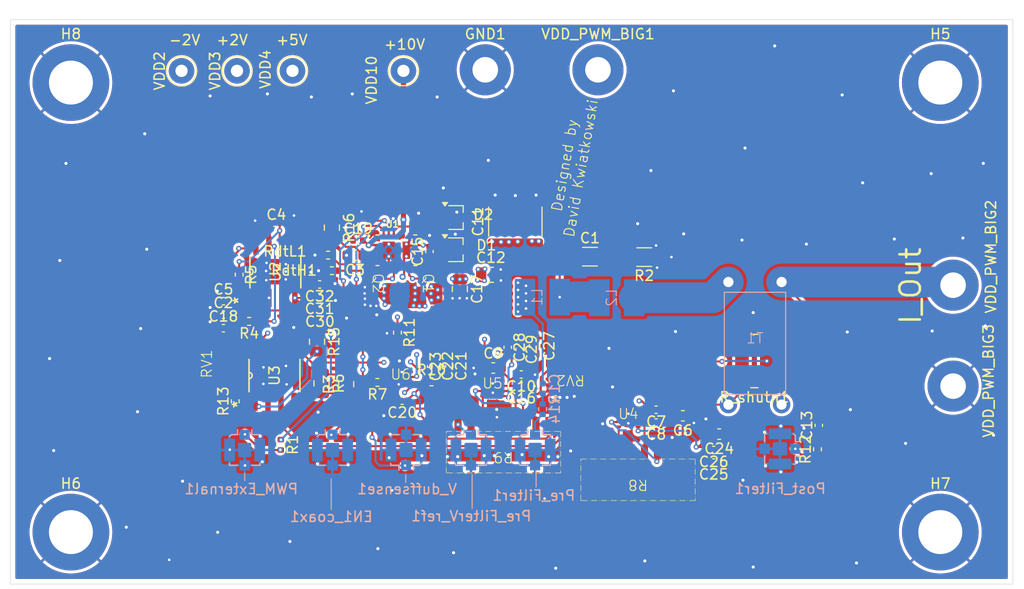
<source format=kicad_pcb>
(kicad_pcb (version 20240108) (generator "pcbnew") (generator_version "8.0")
  (layers (0 "F.Cu" signal) (1 "In1.Cu" power) (2 "In2.Cu" mixed) (31 "B.Cu" power) (34 "B.Paste" user) (35 "F.Paste" user) (36 "B.SilkS" user "B.Silkscreen") (37 "F.SilkS" user "F.Silkscreen") (38 "B.Mask" user) (39 "F.Mask" user) (44 "Edge.Cuts" user))
  (net 0 "")
  (net 1 "GND")
  (net 2 "Net-(U1-DLH)")
  (net 3 "Net-(U1-DHL)")
  (net 4 "/BST1")
  (net 5 "/HS1")
  (net 6 "/HB1")
  (net 7 "/VCC1")
  (net 8 "/VDD10")
  (net 9 "/EN1")
  (net 10 "/LO1")
  (net 11 "Net-(C1-Pad1)")
  (net 12 "/Pre_Filter1")
  (net 13 "/HO1")
  (net 14 "Net-(U1-PWM{slash}LI)")
  (net 15 "Net-(U2-OUTB)")
  (net 16 "Net-(U2-INB-)")
  (net 17 "+5V")
  (net 18 "/VDD_PWM_Big")
  (net 19 "Net-(C13-Pad1)")
  (net 20 "Net-(C14-Pad1)")
  (net 21 "/Post_Filter")
  (net 22 "/PWM_External")
  (net 23 "Net-(U2-INA+)")
  (net 24 "Net-(U2-OUTA)")
  (net 25 "Net-(U3-VS-)")
  (net 26 "-1V")
  (net 27 "Net-(U4-IN-)")
  (net 28 "Net-(R8-Pad10)")
  (net 29 "Net-(R8-Pad11)")
  (net 30 "Net-(R8-Pad15)")
  (net 31 "/V_sens")
  (net 32 "Net-(U4-IN+)")
  (net 33 "Net-(R8-Pad13)")
  (net 34 "/V_ref")
  (net 35 "Net-(U5-OUT)")
  (net 36 "Net-(U5-IN-)")
  (net 37 "Net-(R9-Pad10)")
  (net 38 "Net-(R9-Pad15)")
  (net 39 "Net-(R9-Pad11)")
  (net 40 "Net-(U5-IN+)")
  (net 41 "Net-(R9-Pad13)")
  (net 42 "/PWM_Small")
  (net 44 "/V_Error")
  (net 51 "Net-(C1-Pad2)")
  (net 52 "Net-(U6-IN-)")
  (net 56 "+2V")
  (net 57 "-2V")
  (net 58 "Net-(T1-SA)")
  (net 59 "Net-(T1-SB)")
  (net 60 "/V_diffsense")
  (net 61 "Net-(U3-INA-)")
  (net 62 "Net-(U3-INB-)")
  (net 63 "/+I_OUT")
  (net 64 "Net-(T1-AB)")
  (footprint "Resistor_SMD:R_0402_1005Metric" (layer "F.Cu") (at 109.338 44.3894 -90)
    (property "Reference" "R5")
    (property "Value" "150")
  )
  (footprint "Capacitor_SMD:C_0402_1005Metric" (layer "F.Cu") (at 127.946 42.124 90)
    (property "Reference" "C15")
    (property "Value" "1u")
  )
  (footprint "MountingHole:MountingHole_2.5mm_Pad_TopBottom" (layer "F.Cu") (at 133.4 24.34)
    (property "Reference" "GND1")
    (property "Value" "MountingHole_Pad")
  )
  (footprint "Package_TO_SOT_SMD:SOT-323_SC-70" (layer "F.Cu") (at 130.51 38.8)
    (property "Reference" "D2")
    (property "Value" "D_Schottky")
  )
  (footprint "Capacitor_SMD:C_0402_1005Metric" (layer "F.Cu") (at 117.206 45.346 180)
    (property "Reference" "C32")
    (property "Value" "10n")
  )
  (footprint "MyFootprints:NOMCT16031" (layer "F.Cu") (at 148.334 64.463 180)
    (property "Reference" "R8")
    (property "Value" "TOMCT16031002ZT1")
  )
  (footprint "Capacitor_SMD:C_0402_1005Metric" (layer "F.Cu") (at 117.235 47.818 180)
    (property "Reference" "C30")
    (property "Value" "10u")
  )
  (footprint "MountingHole:MountingHole_4.3mm_M4_DIN965_Pad_TopBottom" (layer "F.Cu") (at 177.895 25.59)
    (property "Reference" "H5")
    (property "Value" "MountingHole_Pad")
  )
  (footprint "Capacitor_SMD:C_0402_1005Metric" (layer "F.Cu") (at 129.886 53.336 -90)
    (property "Reference" "C21")
    (property "Value" "10u")
  )
  (footprint "Capacitor_SMD:C_0805_2012Metric" (layer "F.Cu") (at 117.387 55.026 -90)
    (property "Reference" "R6")
    (property "Value" "0")
  )
  (footprint "Resistor_SMD:R_0402_1005Metric" (layer "F.Cu") (at 118.4025 44)
    (property "Reference" "RdtH1")
    (property "Value" "1.8M")
  )
  (footprint "Resistor_SMD:R_0402_1005Metric" (layer "F.Cu") (at 108.953 56.777 90)
    (property "Reference" "R13")
    (property "Value" "150")
  )
  (footprint "MyFootprints:NOMCT16031" (layer "F.Cu") (at 135.183 61.761 180)
    (property "Reference" "R9")
    (property "Value" "TOMCT16031002ZT1")
  )
  (footprint "Capacitor_SMD:C_0402_1005Metric" (layer "F.Cu") (at 166.013 59.136 90)
    (property "Reference" "C13")
    (property "Value" "10n")
  )
  (footprint "TestPoint:TestPoint_THTPad_D2.5mm_Drill1.2mm" (layer "F.Cu") (at 109.1265 24.443 90)
    (property "Reference" "VDD3")
    (property "Value" "MountingHole_Pad")
  )
  (footprint "MyResistors:EPC8009" (layer "F.Cu") (at 127.31 45.261 -90)
    (property "Reference" "Q1")
    (property "Value" "Q_NMOS_GSD")
  )
  (footprint "Capacitor_SMD:C_0805_2012Metric" (layer "F.Cu") (at 116.949 50.9484 -90)
    (property "Reference" "R15")
    (property "Value" "0")
  )
  (footprint "MyFootprints:OPA859QDSGRQ1" (layer "F.Cu") (at 134.11 55.523)
    (property "Reference" "U5")
    (property "Value" "OPA859QDSGRQ1")
  )
  (footprint "MyFootprints:POT_ 3214W-1-201E" (layer "F.Cu") (at 141.738 54.225 180)
    (property "Reference" "RV2")
    (property "Value" "200")
  )
  (footprint "Resistor_SMD:R_0402_1005Metric" (layer "F.Cu") (at 110.316 48.9624 180)
    (property "Reference" "R4")
    (property "Value" "150")
  )
  (footprint "Capacitor_SMD:C_0603_1608Metric" (layer "F.Cu") (at 120.663 42.498 180)
    (property "Reference" "C3")
    (property "Value" "4.7u")
  )
  (footprint "Resistor_SMD:R_1206_3216Metric" (layer "F.Cu") (at 143.634 42.626)
    (property "Reference" "C1")
    (property "Value" "70p")
  )
  (footprint "Capacitor_SMD:C_0402_1005Metric" (layer "F.Cu") (at 135.593 51.494 -90)
    (property "Reference" "C28")
    (property "Value" "1u")
  )
  (footprint "MountingHole:MountingHole_4.3mm_M4_DIN965_Pad_TopBottom" (layer "F.Cu") (at 92.886 69.582)
    (property "Reference" "H6")
    (property "Value" "MountingHole_Pad")
  )
  (footprint "Capacitor_SMD:C_0402_1005Metric" (layer "F.Cu") (at 127.385 53.376 -90)
    (property "Reference" "C23")
    (property "Value" "10n")
  )
  (footprint "MountingHole:MountingHole_4.3mm_M4_DIN965_Pad_TopBottom" (layer "F.Cu") (at 92.886 25.59)
    (property "Reference" "H8")
    (property "Value" "MountingHole_Pad")
  )
  (footprint "Capacitor_SMD:C_0402_1005Metric" (layer "F.Cu") (at 120.95 41.048)
    (property "Reference" "C19")
    (property "Value" "1u")
  )
  (footprint "Capacitor_SMD:C_0402_1005Metric" (layer "F.Cu") (at 117.206 46.569 180)
    (property "Reference" "C31")
    (property "Value" "1u")
  )
  (footprint "Capacitor_SMD:C_0603_1608Metric" (layer "F.Cu") (at 152.722 58.2 180)
    (property "Reference" "C6")
    (property "Value" "10u")
  )
  (footprint "TestPoint:TestPoint_THTPad_D2.5mm_Drill1.2mm" (layer "F.Cu") (at 114.551 24.443 90)
    (property "Reference" "VDD4")
    (property "Value" "MountingHole_Pad")
  )
  (footprint "MyFootprints:POT_ 3214W-1-201E" (layer "F.Cu") (at 106.677 53.1244 90)
    (property "Reference" "RV1")
    (property "Value" "200")
  )
  (footprint "Resistor_SMD:R_0402_1005Metric" (layer "F.Cu") (at 128.14 54.881)
    (property "Reference" "R10")
    (property "Value" "150")
  )
  (footprint "MyFootprints:OPA859QDSGRQ1" (layer "F.Cu") (at 147.397 58.52)
    (property "Reference" "U4")
    (property "Value" "OPA859QDSGRQ1")
  )
  (footprint "Capacitor_SMD:C_0603_1608Metric" (layer "F.Cu") (at 138.226 51.37 -90)
    (property "Reference" "C27")
    (property "Value" "10u")
  )
  (footprint "Capacitor_SMD:C_0402_1005Metric" (layer "F.Cu") (at 136.763 51.701 -90)
    (property "Reference" "C29")
    (property "Value" "10n")
  )
  (footprint "Capacitor_SMD:C_0402_1005Metric" (layer "F.Cu") (at 107.798 46.9824)
    (property "Reference" "C5")
    (property "Value" "10n")
  )
  (footprint "Capacitor_SMD:C_0402_1005Metric" (layer "F.Cu") (at 128.573 53.336 -90)
    (property "Reference" "C22")
    (property "Value" "1u")
  )
  (footprint "Capacitor_SMD:C_0402_1005Metric" (layer "F.Cu") (at 150.109 57.605 180)
    (property "Reference" "C7")
    (property "Value" "1u")
  )
  (footprint "Resistor_SMD:R_0402_1005Metric" (layer "F.Cu") (at 118.036 42.474)
    (property "Reference" "RdtL1")
    (property "Value" "1.8M")
  )
  (footprint "Capacitor_SMD:C_0402_1005Metric" (layer "F.Cu") (at 155.7415 62.7695 180)
    (property "Reference" "C25")
    (property "Value" "1u")
  )
  (footprint "Capacitor_SMD:C_0402_1005Metric" (layer "F.Cu") (at 155.7415 61.5415 180)
    (property "Reference" "C26")
    (property "Value" "10n")
  )
  (footprint "Capacitor_SMD:C_0402_1005Metric" (layer "F.Cu") (at 136.918 54.158 180)
    (property "Reference" "C10")
    (property "Value" "1u")
  )
  (footprint "Capacitor_SMD:C_0805_2012Metric" (layer "F.Cu") (at 119.802 55.107 90)
    (property "Reference" "R3")
    (property "Value" "0")
  )
  (footprint "MountingHole:MountingHole_2.5mm_Pad_TopBottom" (layer "F.Cu") (at 179.145 55.296)
    (property "Reference" "VDD_PWM_BIG3")
    (property "Value" "MountingHole_Pad")
  )
  (footprint "MyResistors:EPC8009" (layer "F.Cu") (at 122.406 45.251 -90)
    (property "Reference" "Q2")
    (property "Value" "Q_NMOS_GSD")
  )
  (footprint "Capacitor_SMD:C_0603_1608Metric" (layer "F.Cu") (at 134.184 53.52)
    (property "Reference" "C9")
    (property "Value" "10u")
  )
  (footprint "Capacitor_SMD:C_0402_1005Metric" (layer "F.Cu") (at 112.819 39.2984 180)
    (property "Reference" "C4")
    (property "Value" "27p")
  )
  (footprint "Resistor_SMD:R_1020_2550Metric_Pad1.33x5.20mm_HandSolder" (layer "F.Cu") (at 159.714 52.839 180)
    (property "Reference" "R_shutn1")
    (property "Value" "0.1")
  )
  (footprint "Capacitor_SMD:C_0402_1005Metric" (layer "F.Cu") (at 107.798 48.3069)
    (property "Reference" "C2")
    (property "Value" "10u")
  )
  (footprint "Resistor_SMD:R_0402_1005Metric" (layer "F.Cu") (at 113.403 61.039 -90)
    (property "Reference" "R1")
    (property "Value" "49.9")
  )
  (footprint "Resistor_SMD:R_0402_1005Metric" (layer "F.Cu") (at 124.815 50.06 -90)
    (property "Reference" "R11")
    (property "Value" "10k")
  )
  (footprint "Drivers:IC_LMG1210RVRR" (layer "F.Cu") (at 124.7125 42)
    (property "Reference" "U1")
    (property "Value" "LMG1210RVRR")
  )
  (footprint "Package_TO_SOT_SMD:SOT-323_SC-70" (layer "F.Cu") (at 130.5 41.95)
    (property "Reference" "D1")
    (property "Value" "D_Schottky")
  )
  (footprint "Resistor_SMD:R_0402_1005Metric" (layer "F.Cu") (at 165.883 61.478 90)
    (property "Reference" "R12")
    (property "Value" "49.9")
  )
  (footprint "Capacitor_SMD:C_0603_1608Metric" (layer "F.Cu") (at 156.2745 59.9905 180)
    (property "Reference" "C24")
    (property "Value" "10u")
  )
  (footprint "TestPoint:TestPoint_THTPad_D2.5mm_Drill1.2mm" (layer "F.Cu") (at 103.702 24.443 90)
    (property "Reference" "VDD2")
    (property "Value" "MountingHole_Pad")
  )
  (footprint "footprints:DDA8_3X2P49" (layer "F.Cu") (at 112.791 54.2614 90)
    (property "Reference" "U3")
    (property "Value" "OPA2677IDDA")
  )
  (footprint "Capacitor_SMD:C_0402_1005Metric" (layer "F.Cu") (at 150.118 58.864 180)
    (property "Reference" "C8")
    (property "Value" "10n")
  )
  (footprint "Capacitor_SMD:C_0805_2012Metric" (layer "F.Cu") (at 118.404 39.786 -90)
    (property "Reference" "R16")
    (property "Value" "0")
  )
  (footprint "Capacitor_SMD:C_0805_2012Metric" (layer "F.Cu") (at 130.915 45.792 -90)
    (property "Reference" "C17")
    (property "Value" "1u")
  )
  (footprint "MountingHole:MountingHole_4.3mm_M4_DIN965_Pad_TopBottom" (layer "F.Cu") (at 177.895 69.582)
    (property "Reference" "H7")
    (property "Value" "MountingHole_Pad")
  )
  (footprint "Capacitor_SMD:C_0402_1005Metric" (layer "F.Cu") (at 107.798 49.6314)
    (property "Reference" "C18")
    (property "Value" "1u")
  )
  (footprint "MyFootprints:OPA859QDSGRQ1" (layer "F.Cu") (at 125.136 54.654)
    (property "Reference" "U6")
    (property "Value" "OPA859QDSGRQ1")
  )
  (footprint "Capacitor_SMD:C_0402_1005Metric" (layer "F.Cu") (at 136.918 55.317 180)
    (property "Reference" "C16")
    (property "Value" "10n")
  )
  (footprint "footprints:DDA8_3X2P49" (layer "F.Cu") (at 112.878 44.0994 90)
    (property "Reference" "U2")
    (property "Value" "OPA2677IDDA")
  )
  (footprint "Capacitor_SMD:C_2220_5750Metric" (layer "F.Cu") (at 136.34 39.196 90)
    (property "Reference" "C11")
    (property "Value" "10u")
  )
  (footprint "Resistor_SMD:R_0402_1005Metric" (layer "F.Cu") (at 122.856 54.933 180)
    (property "Reference" "R7")
    (property "Value" "150")
  )
  (footprint "MountingHole:MountingHole_2.5mm_Pad_TopBottom" (layer "F.Cu") (at 179.145 45.418)
    (property "Reference" "VDD_PWM_BIG2")
    (property "Value" "MountingHole_Pad")
  )
  (footprint "Capacitor_SMD:C_0805_2012Metric" (layer "F.Cu") (at 133.95 44.4)
    (property "Reference" "C12")
    (property "Value" "10n")
  )
  (footprint "MountingHole:MountingHole_2.5mm_Pad_TopBottom" (layer "F.Cu") (at 144.422 24.34)
    (property "Reference" "VDD_PWM_BIG1")
    (property "Value" "MountingHole_Pad")
  )
  (footprint "Resistor_SMD:R_1206_3216Metric" (layer "F.Cu") (at 148.944 42.669 180)
    (property "Reference" "R2")
    (property "Value" "200")
  )
  (footprint "Capacitor_SMD:C_0402_1005Metric" (layer "F.Cu") (at 125.273 56.722 180)
    (property "Reference" "C20")
    (property "Value" "30p")
  )
  (footprint "TestPoint:TestPoint_THTPad_D2.5mm_Drill1.2mm" (layer "F.Cu") (at 125.4 24.443)
    (property "Reference" "VDD10")
    (property "Value" "MountingHole_Pad")
  )
  (footprint "Connector_Coaxial:U.FL_Molex_MCRF_73412-0110_Vertical" (layer "B.Cu") (at 109.876 61.544)
    (property "Reference" "PWM_External1")
    (property "Value" "Conn_Coaxial")
  )
  (footprint "Connector_Coaxial:U.FL_Molex_MCRF_73412-0110_Vertical" (layer "B.Cu") (at 125.655 61.544 180)
    (property "Reference" "V_duffsense1")
    (property "Value" "Conn_Coaxial")
  )
  (footprint "Resistor_SMD:R_0402_1005Metric" (layer "B.Cu") (at 139.007 57.55 90)
    (property "Reference" "R14")
    (property "Value" "49.9")
  )
  (footprint "MyFootprints:INductor_744060421" (layer "B.Cu") (at 138.979 46.583 -90)
    (property "Reference" "L1")
    (property "Value" "1u")
  )
  (footprint "MyFootprints:INductor_744060421" (layer "B.Cu") (at 146.257 46.645 -90)
    (property "Reference" "L2")
    (property "Value" "1.5u")
  )
  (footprint "MyFootprints:MyTransformer" (layer "B.Cu") (at 159.775 51.107 180)
    (property "Reference" "T1")
    (property "Value" "Transformer_1P_1S")
  )
  (footprint "Connector_Coaxial:U.FL_Molex_MCRF_73412-0110_Vertical" (layer "B.Cu") (at 162.219 61.434 -90)
    (property "Reference" "Post_Filter1")
    (property "Value" "Conn_Coaxial")
  )
  (footprint "Connector_Coaxial:U.FL_Molex_MCRF_73412-0110_Vertical" (layer "B.Cu") (at 132.007 61.544)
    (property "Reference" "Pre_FilterV_ref1")
    (property "Value" "Conn_Coaxial")
  )
  (footprint "Capacitor_SMD:C_0402_1005Metric" (layer "B.Cu") (at 139.023 55.524 90)
    (property "Reference" "C14")
    (property "Value" "10n")
  )
  (footprint "Connector_Coaxial:U.FL_Molex_MCRF_73412-0110_Vertical" (layer "B.Cu") (at 138.271 61.544)
    (property "Reference" "Pre_Filter1")
    (property "Value" "Conn_Coaxial")
  )
  (footprint "Connector_Coaxial:U.FL_Molex_MCRF_73412-0110_Vertical" (layer "B.Cu") (at 118.462 61.544)
    (property "Reference" "EN1_coax1")
    (property "Value" "Conn_Coaxial")
  )
  (gr_line (start 138.373 63.561) (end 138.373 65.165) (stroke (width 0.1)) (layer "B.SilkS"))
  (gr_line (start 125.625 63.958) (end 125.625 64.732) (stroke (width 0.1)) (layer "B.SilkS"))
  (gr_line (start 118.338 67.382) (end 118.338 64.375) (stroke (width 0.1)) (layer "B.SilkS"))
  (gr_line (start 132.118 66.587) (end 132.118 67.267) (stroke (width 0.1)) (layer "B.SilkS"))
  (gr_line (start 132.118 63.958) (end 132.118 66.587) (stroke (width 0.1)) (layer "B.SilkS"))
  (gr_line (start 109.885 64.533) (end 109.885 63.837) (stroke (width 0.1)) (layer "B.SilkS"))
  (gr_rect (start 86.954999 19.434) (end 184.991459 74.670459) (stroke (width 0.05)) (fill none) (layer "Edge.Cuts"))
  (gr_text "+5V" (at 112.877 22.014 0) (layer "F.SilkS") (effects (font (size 1 1)) (justify left bottom)))
  (gr_text "Designed by\nDavid Kwiatkowski" (at 143.331 34.067 80) (layer "F.SilkS") (effects (font (size 1 1) (thickness 0.1)) (justify bottom)))
  (gr_text "-2V" (at 102.383 22.014 0) (layer "F.SilkS") (effects (font (size 1 1)) (justify left bottom)))
  (gr_text "+2V" (at 107.036 22.014 0) (layer "F.SilkS") (effects (font (size 1 1)) (justify left bottom)))
  (gr_text "I_Out\n" (at 176.15 49.413 90) (layer "F.SilkS") (effects (font (size 2 2) (thickness 0.25) (bold yes)) (justify left bottom)))
  (gr_text "+10V" (at 123.418 22.441 0) (layer "F.SilkS") (effects (font (size 1 1)) (justify left bottom)))
  (segment (start 137.398 54.158) (end 138.252 54.158) (width 0.2) (layer "F.Cu") (net 1))
  (segment (start 112.243 46.6648) (end 112.2462 46.6648) (width 0.2) (layer "F.Cu") (net 1))
  (segment (start 151.605 42.669) (end 150.4065 42.669) (width 0.2) (layer "F.Cu") (net 1))
  (segment (start 138.252 54.158) (end 138.266 54.172) (width 0.2) (layer "F.Cu") (net 1))
  (segment (start 134.11 55.913) (end 134.141 55.944) (width 0.2) (layer "F.Cu") (net 1))
  (segment (start 164.562 59.446) (end 164.562 59.421) (width 0.2) (layer "F.Cu") (net 1))
  (segment (start 124.601 55.408) (end 125.136 54.873) (width 0.2) (layer "F.Cu") (net 1))
  (segment (start 134.546 58.336) (end 134.542 58.34) (width 0.2) (layer "F.Cu") (net 1))
  (segment (start 124.186 55.404) (end 124.597 55.404) (width 0.2) (layer "F.Cu") (net 1))
  (segment (start 112.878 44.0994) (end 111.914 44.0994) (width 0.2) (layer "F.Cu") (net 1))
  (segment (start 112.878 43.4644) (end 112.891 43.4514) (width 0.2) (layer "F.Cu") (net 1))
  (segment (start 125.009 52.83) (end 125.009 54.527) (width 0.2) (layer "F.Cu") (net 1))
  (segment (start 133.409 53.52) (end 132.267 53.52) (width 0.2) (layer "F.Cu") (net 1))
  (segment (start 112.878 44.7924) (end 112.891 44.8054) (width 0.2) (layer "F.Cu") (net 1))
  (segment (start 123.9625 43.4) (end 123.9625 42.6) (width 0.2) (layer "F.Cu") (net 1))
  (segment (start 124.597 55.404) (end 124.601 55.408) (width 0.2) (layer "F.Cu") (net 1))
  (segment (start 147.397 58.52) (end 147.397 59.065) (width 0.2) (layer "F.Cu") (net 1))
  (segment (start 138.205 55.307) (end 138.195 55.317) (width 0.2) (layer "F.Cu") (net 1))
  (segment (start 134.11 55.523) (end 134.11 55.913) (width 0.2) (layer "F.Cu") (net 1))
  (segment (start 147.713 61.024) (end 147.713 58.836) (width 0.2) (layer "F.Cu") (net 1))
  (segment (start 122.8125 42) (end 123.9625 42) (width 0.2) (layer "F.Cu") (net 1))
  (segment (start 112.2462 46.6648) (end 112.252 46.659) (width 0.2) (layer "F.Cu") (net 1))
  (segment (start 117.526 42.474) (end 116.746 42.474) (width 0.2) (layer "F.Cu") (net 1))
  (segment (start 147.397 58.52) (end 147.397 58.001) (width 0.2) (layer "F.Cu") (net 1))
  (segment (start 123.789 50.122) (end 124.237 50.57) (width 0.2) (layer "F.Cu") (net 1))
  (segment (start 132.267 53.52) (end 132.262 53.515) (width 0.2) (layer "F.Cu") (net 1))
  (segment (start 120.47 41.048) (end 120.47 40.333) (width 0.2) (layer "F.Cu") (net 1))
  (segment (start 134.11 55.523) (end 134.11 55.045) (width 0.2) (layer "F.Cu") (net 1))
  (segment (start 111.914 44.0994) (end 111.895 44.1184) (width 0.2) (layer "F.Cu") (net 1))
  (segment (start 147.397 58.001) (end 147.396 58) (width 0.2) (layer "F.Cu") (net 1))
  (segment (start 112.878 44.0994) (end 112.878 44.7924) (width 0.2) (layer "F.Cu") (net 1))
  (segment (start 134.548 58.336) (end 134.546 58.336) (width 0.2) (layer "F.Cu") (net 1))
  (segment (start 124.237 50.57) (end 124.815 50.57) (width 0.2) (layer "F.Cu") (net 1))
  (segment (start 147.397 59.065) (end 147.602 59.27) (width 0.2) (layer "F.Cu") (net 1))
  (segment (start 125.136 54.873) (end 125.136 54.654) (width 0.2) (layer "F.Cu") (net 1))
  (segment (start 125.009 54.527) (end 125.136 54.654) (width 0.2) (layer "F.Cu") (net 1))
  (segment (start 138.195 55.317) (end 137.398 55.317) (width 0.2) (layer "F.Cu") (net 1))
  (segment (start 147.713 58.836) (end 147.397 58.52) (width 0.2) (layer "F.Cu") (net 1))
  (segment (start 117.8925 44) (end 117.1 44) (width 0.2) (layer "F.Cu") (net 1))
  (segment (start 125.136 55.146) (end 125.146 55.156) (width 0.2) (layer "F.Cu") (net 1))
  (segment (start 134.11 55.045) (end 134.128 55.027) (width 0.2) (layer "F.Cu") (net 1))
  (segment (start 120.47 40.333) (end 120.544 40.259) (width 0.2) (layer "F.Cu") (net 1))
  (segment (start 112.878 44.0994) (end 112.878 43.4644) (width 0.2) (layer "F.Cu") (net 1))
  (segment (start 120.175 42.493) (end 120.182 42.5) (width 0.2) (layer "F.Cu") (net 1))
  (segment (start 147.699 61.038) (end 147.713 61.024) (width 0.2) (layer "F.Cu") (net 1))
  (via (at 163.869 62.741) (size 0.6) (drill 0.3) (layers "F.Cu" "B.Cu") (net 1))
  (via (at 136.34 36.646) (size 0.6) (drill 0.3) (layers "F.Cu" "B.Cu") (net 1))
  (via (at 98.3 69.1) (size 0.6) (drill 0.3) (layers "F.Cu" "B.Cu") (net 1))
  (via (at 124.3 65.5) (size 0.5) (drill 0.25) (layers "F.Cu" "B.Cu") (net 1))
  (via (at 173.4 40.9) (size 0.6) (drill 0.3) (layers "F.Cu" "B.Cu") (net 1))
  (via (at 139.6 62.2) (size 0.6) (drill 0.3) (layers "F.Cu" "B.Cu") (net 1))
  (via (at 121.629 45.615) (size 0.5) (drill 0.25) (layers "F.Cu" "B.Cu") (net 1))
  (via (at 121.629 46.741) (size 0.5) (drill 0.25) (layers "F.Cu" "B.Cu") (net 1))
  (via (at 122.792215 48.315193) (size 0.6) (drill 0.3) (layers "F.Cu" "B.Cu") (net 1))
  (via (at 92.4 33.5) (size 0.6) (drill 0.3) (layers "F.Cu" "B.Cu") (net 1))
  (via (at 111.975 44.0244) (size 0.5) (drill 0.25) (layers "F.Cu" "B.Cu") (net 1))
  (via (at 134.91 43.886) (size 0.5) (drill 0.25) (layers "F.Cu" "B.Cu") (net 1))
  (via (at 160.8 63.1) (size 0.6) (drill 0.3) (layers "F.Cu" "B.Cu") (net 1))
  (via (at 123.789 50.122) (size 0.5) (drill 0.25) (layers "F.Cu" "B.Cu") (net 1))
  (via (at 133.7 33.2) (size 0.6) (drill 0.3) (layers "F.Cu" "B.Cu") (net 1))
  (via (at 145.844 55.376) (size 0.6) (drill 0.3) (layers "F.Cu" "B.Cu") (net 1))
  (via (at 169.1 57.6) (size 0.6) (drill 0.3) (layers "F.Cu" "B.Cu") (net 1))
  (via (at 151.605 42.669) (size 0.5) (drill 0.25) (layers "F.Cu" "B.Cu") (net 1))
  (via (at 158.5 41) (size 0.6) (drill 0.3) (layers "F.Cu" "B.Cu") (net 1))
  (via (at 126.882804 38.372438) (size 0.6) (drill 0.3) (layers "F.Cu" "B.Cu") (net 1))
  (via (at 128.7 27) (size 0.6) (drill 0.3) (layers "F.Cu" "B.Cu") (net 1))
  (via (at 158.6 64.5) (size 0.6) (drill 0.3) (layers "F.Cu" "B.Cu") (net 1))
  (via (at 164.562 59.421) (size 0.6) (drill 0.3) (layers "F.Cu" "B.Cu") (net 1))
  (via (at 140 56.4) (size 0.6) (drill 0.3) (layers "F.Cu" "B.Cu") (net 1))
  (via (at 152.002414 49.954253) (size 0.6) (drill 0.3) (layers "F.Cu" "B.Cu") (net 1))
  (via (at 174.5 60.9) (size 0.6) (drill 0.3) (layers "F.Cu" "B.Cu") (net 1))
  (via (at 130.3 71.6) (size 0.6) (drill 0.3) (layers "F.Cu" "B.Cu") (net 1))
  (via (at 130.62 38.27) (size 0.6) (drill 0.3) (layers "F.Cu" "B.Cu") (net 1))
  (via (at 134.3 62.1) (size 0.6) (drill 0.3) (layers "F.Cu" "B.Cu") (net 1))
  (via (at 140.289161 73.11511) (size 0.6) (drill 0.3) (layers "F.Cu" "B.Cu") (net 1))
  (via (at 135.7 62) (size 0.6) (drill 0.3) (layers "F.Cu" "B.Cu") (net 1))
  (via (at 159.6 73) (size 0.6) (drill 0.3) (layers "F.Cu" "B.Cu") (net 1))
  (via (at 131.6 46.7) (size 0.5) (drill 0.25) (layers "F.Cu" "B.Cu") (net 1))
  (via (at 130.7 62.2) (size 0.6) (drill 0.3) (layers "F.Cu" "B.Cu") (net 1))
  (via (at 149.6 34.2) (size 0.6) (drill 0.3) (layers "F.Cu" "B.Cu") (net 1))
  (via (at 117.056 57.855) (size 0.6) (drill 0.3) (layers "F.Cu" "B.Cu") (net 1))
  (via (at 134.542 58.34) (size 0.5) (drill 0.25) (layers "F.Cu" "B.Cu") (net 1))
  (via (at 116.4 27) (size 0.6) (drill 0.3) (layers "F.Cu" "B.Cu") (net 1))
  (via (at 149.733 60.434) (size 0.6) (drill 0.3) (layers "F.Cu" "B.Cu") (net 1))
  (via (at 183.1 60.1) (size 0.6) (drill 0.3) (layers "F.Cu" "B.Cu") (net 1))
  (via (at 168.3 26.8) (size 0.6) (drill 0.3) (layers "F.Cu" "B.Cu") (net 1))
  (via (at 114.7 38.6) (size 0.5) (drill 0.25) (layers "F.Cu" "B.Cu") (net 1))
  (via (at 111.6 62.7) (size 0.6) (drill 0.3) (layers "F.Cu" "B.Cu") (net 1))
  (via (at 147.389 58.93) (size 0.5) (drill 0.25) (layers "F.Cu" "B.Cu") (net 1))
  (via (at 150.103692 41.532421) (size 0.5) (drill 0.25) (layers "F.Cu" "B.Cu") (net 1))
  (via (at 103.8 64.6) (size 0.6) (drill 0.3) (layers "F.Cu" "B.Cu") (net 1))
  (via (at 132.262 53.515) (size 0.5) (drill 0.25) (layers "F.Cu" "B.Cu") (net 1))
  (via (at 120 63) (size 0.6) (drill 0.3) (layers "F.Cu" "B.Cu") (net 1))
  (via (at 169.7 72.6) (size 0.6) (drill 0.3) (layers "F.Cu" "B.Cu") (net 1))
  (via (at 147.396 58) (size 0.5) (drill 0.25) (layers "F.Cu" "B.Cu") (net 1))
  (via (at 121.633 47.332) (size 0.5) (drill 0.25) (layers "F.Cu" "B.Cu") (net 1))
  (via (at 138.205 55.307) (size 0.5) (drill 0.25) (layers "F.Cu" "B.Cu") (net 1))
  (via (at 111.994 44.9334) (size 0.5) (drill 0.25) (layers "F.Cu" "B.Cu") (net 1))
  (via (at 162.3 63.7) (size 0.6) (drill 0.3) (layers "F.Cu" "B.Cu") (net 1))
  (via (at 111.715 53.455) (size 0.5) (drill 0.25) (layers "F.Cu" "B.Cu") (net 1))
  (via (at 134.128 55.027) (size 0.5) (drill 0.25) (layers "F.Cu" "B.Cu") (net 1))
  (via (at 127.2 62.1) (size 0.6) (drill 0.3) (layers "F.Cu" "B.Cu") (net 1))
  (via (at 158.8 32) (size 0.6) (drill 0.3) (layers "F.Cu" "B.Cu") (net 1))
  (via (at 124 62.3) (size 0.6) (drill 0.3) (layers "F.Cu" "B.Cu") (net 1))
  (via (at 153.8 58.9) (size 0.5) (drill 0.25) (layers "F.Cu" "B.Cu") (net 1))
  (via (at 151.673 60.326) (size 0.6) (drill 0.3) (layers "F.Cu" "B.Cu") (net 1))
  (via (at 121.3 38.2) (size 0.5) (drill 0.25) (layers "F.Cu" "B.Cu") (net 1))
  (via (at 124.1 60) (size 0.6) (drill 0.3) (layers "F.Cu" "B.Cu") (net 1))
  (via (at 116.746 42.474) (size 0.6) (drill 0.3) (layers "F.Cu" "B.Cu") (net 1))
  (via (at 164.8 41.4) (size 0.6) (drill 0.3) (layers "F.Cu" "B.Cu") (net 1))
  (via (at 116.9 59.9) (size 0.6) (drill 0.3) (layers "F.Cu" "B.Cu") (net 1))
  (via (at 121.601 46.225) (size 0.5) (drill 0.25) (layers "F.Cu" "B.Cu") (net 1))
  (via (at 129.7 62.2) (size 0.6) (drill 0.3) (layers "F.Cu" "B.Cu") (net 1))
  (via (at 124.936 55.126) (size 0.5) (drill 0.25) (layers "F.Cu" "B.Cu") (net 1))
  (via (at 137 62) (size 0.6) (drill 0.3) (layers "F.Cu" "B.Cu") (net 1))
  (via (at 109.91 63.063) (size 0.5) (drill 0.25) (layers "F.Cu" "B.Cu") (net 1))
  (via (at 120.4 26.7) (size 0.6) (drill 0.3) (layers "F.Cu" "B.Cu") (net 1))
  (via (at 122.18 47.438) (size 0.5) (drill 0.25) (layers "F.Cu" "B.Cu") (net 1))
  (via (at 99.4 57.8) (size 0.6) (drill 0.3) (layers "F.Cu" "B.Cu") (net 1))
  (via (at 118.757 46.917) (size 0.6) (drill 0.3) (layers "F.Cu" "B.Cu") (net 1))
  (via (at 90.8 52.6) (size 0.6) (drill 0.3) (layers "F.Cu" "B.Cu") (net 1))
  (via (at 130.472 40.429) (size 0.6) (drill 0.3) (layers "F.Cu" "B.Cu") (net 1))
  (via (at 154.976 58.507) (size 0.6) (drill 0.3) (layers "F.Cu" "B.Cu") (net 1))
  (via (at 125.009 52.83) (size 0.6) (drill 0.3) (layers "F.Cu" "B.Cu") (net 1))
  (via (at 141.751 61.635) (size 0.6) (drill 0.3) (layers "F.Cu" "B.Cu") (net 1))
  (via (at 161.7 22) (size 0.6) (drill 0.3) (layers "F.Cu" "B.Cu") (net 1))
  (via (at 180.1 40.8) (size 0.6) (drill 0.3) (layers "F.Cu" "B.Cu") (net 1))
  (via (at 160.7 59.8) (size 0.6) (drill 0.3) (layers "F.Cu" "B.Cu") (net 1))
  (via (at 112.252 46.659) (size 0.5) (drill 0.25) (layers "F.Cu" "B.Cu") (net 1))
  (via (at 170.3 35.4) (size 0.6) (drill 0.3) (layers "F.Cu" "B.Cu") (net 1))
  (via (at 159.6 48.1) (size 0.6) (drill 0.3) (layers "F.Cu" "B.Cu") (net 1))
  (via (at 119.8 39.762) (size 0.6) (drill 0.3) (layers "F.Cu" "B.Cu") (net 1))
  (via (at 122.747 47.445) (size 0.5) (drill 0.25) (layers "F.Cu" "B.Cu") (net 1))
  (via (at 125.23 53.916) (size 0.5) (drill 0.25) (layers "F.Cu" "B.Cu") (net 1))
  (via (at 182.3 49.4) (size 0.6) (drill 0.3) (layers "F.Cu" "B.Cu") (net 1))
  (via (at 134.141 55.944) (size 0.5) (drill 0.25) (layers "F.Cu" "B.Cu") (net 1))
  (via (at 182.1 33.5) (size 0.6) (drill 0.3) (layers "F.Cu" "B.Cu") (net 1))
  (via (at 144.878 58.982) (size 0.6) (drill 0.3) (layers "F.Cu" "B.Cu") (net 1))
  (via (at 127.1 60.2) (size 0.6) (drill 0.3) (layers "F.Cu" "B.Cu") (net 1))
  (via (at 114.3 70.5) (size 0.6) (drill 0.3) (layers "F.Cu" "B.Cu") (net 1))
  (via (at 116.35 44.143) (size 0.6) (drill 0.3) (layers "F.Cu" "B.Cu") (net 1))
  (via (at 130.894 46.692) (size 0.5) (drill 0.25) (layers "F.Cu" "B.Cu") (net 1))
  (via (at 111.4 60.2) (size 0.6) (drill 0.3) (layers "F.Cu" "B.Cu") (net 1))
  (via (at 177.1 49.9) (size 0.6) (drill 0.3) (layers "F.Cu" "B.Cu") (net 1))
  (via (at 149 72.4) (size 0.6) (drill 0.3) (layers "F.Cu" "B.Cu") (net 1))
  (via (at 132.4 54.1) (size 0.6) (drill 0.3) (layers "F.Cu" "B.Cu") (net 1))
  (via (at 133.3 62.1) (size 0.6) (drill 0.3) (layers "F.Cu" "B.Cu") (net 1))
  (via (at 127.954 40.551) (size 0.6) (drill 0.3) (layers "F.Cu" "B.Cu") (net 1))
  (via (at 134.515 57.577) (size 0.6) (drill 0.3) (layers "F.Cu" "B.Cu") (net 1))
  (via (at 117.1 44) (size 0.6) (drill 0.3) (layers "F.Cu" "B.Cu") (net 1))
  (via (at 117 62.9) (size 0.6) (drill 0.3) (layers "F.Cu" "B.Cu") (net 1))
  (via (at 140.7 56.4) (size 0.6) (drill 0.3) (layers "F.Cu" "B.Cu") (net 1))
  (via (at 113.892 44.8484) (size 0.5) (drill 0.25) (layers "F.Cu" "B.Cu") (net 1))
  (via (at 151.8 26.4) (size 0.6) (drill 0.3) (layers "F.Cu" "B.Cu") (net 1))
  (via (at 106.5 47.6) (size 0.6) (drill 0.3) (layers "F.Cu" "B.Cu") (net 1))
  (via (at 134.931 44.959) (size 0.5) (drill 0.25) (layers "F.Cu" "B.Cu") (net 1))
  (via (at 119.838 42.491) (size 0.6) (drill 0.3) (layers "F.Cu" "B.Cu") (net 1))
  (via (at 106.5 26.9) (size 0.6) (drill 0.3) (layers "F.Cu" "B.Cu") (net 1))
  (via (at 91.8 43) (size 0.6) (drill 0.3) (layers "F.Cu" "B.Cu") (net 1))
  (via (at 129.3 35.9) (size 0.6) (drill 0.3) (layers "F.Cu" "B.Cu") (net 1))
  (via (at 100.1 30.6) (size 0.6) (drill 0.3) (layers "F.Cu" "B.Cu") (net 1))
  (via (at 139.2 66.3) (size 0.5) (drill 0.25) (layers "F.Cu" "B.Cu") (net 1))
  (via (at 124.4 38.9) (size 0.6) (drill 0.3) (layers "F.Cu" "B.Cu") (net 1))
  (via (at 150.2 43.7) (size 0.5) (drill 0.25) (layers "F.Cu" "B.Cu") (net 1))
  (via (at 141.4 56.4) (size 0.6) (drill 0.3) (layers "F.Cu" "B.Cu") (net 1))
  (via (at 107.233799 69.602142) (size 0.6) (drill 0.3) (layers "F.Cu" "B.Cu") (net 1))
  (via (at 142.1 56.3) (size 0.6) (drill 0.3) (layers "F.Cu" "B.Cu") (net 1))
  (via (at 112.1 26.7) (size 0.6) (drill 0.3) (layers "F.Cu" "B.Cu") (net 1))
  (via (at 145.5 51.6) (size 0.6) (drill 0.3) (layers "F.Cu" "B.Cu") (net 1))
  (via (at 120 60) (size 0.6) (drill 0.3) (layers "F.Cu" "B.Cu") (net 1))
  (via (at 110.9 39.1) (size 0.5) (drill 0.25) (layers "F.Cu" "B.Cu") (net 1))
  (via (at 113.977 55.123) (size 0.5) (drill 0.25) (layers "F.Cu" "B.Cu") (net 1))
  (via (at 134.37 36.601) (size 0.6) (drill 0.3) (layers "F.Cu" "B.Cu") (net 1))
  (via (at 138.37 36.601) (size 0.6) (drill 0.3) (layers "F.Cu" "B.Cu") (net 1))
  (via (at 162.3 59.2) (size 0.6) (drill 0.3) (layers "F.Cu" "B.Cu") (net 1))
  (via (at 108.422 61.517) (size 0.5) (drill 0.25) (layers "F.Cu" "B.Cu") (net 1))
  (via (at 106.5 49) (size 0.6) (drill 0.3) (layers "F.Cu" "B.Cu") (net 1))
  (via (at 100.3 41.9) (size 0.6) (drill 0.3) (layers "F.Cu" "B.Cu") (net 1))
  (via (at 152.8 40.4) (size 0.6) (drill 0.3) (layers "F.Cu" "B.Cu") (net 1))
  (via (at 177 34.5) (size 0.6) (drill 0.3) (layers "F.Cu" "B.Cu") (net 1))
  (via (at 113.897 43.3644) (size 0.5) (drill 0.25) (layers "F.Cu" "B.Cu") (net 1))
  (via (at 120.544 40.259) (size 0.5) (drill 0.25) (layers "F.Cu" "B.Cu") (net 1))
  (via (at 168.8 50) (size 0.6) (drill 0.3) (layers "F.Cu" "B.Cu") (net 1))
  (via (at 118.711 45.266) (size 0.6) (drill 0.3) (layers "F.Cu" "B.Cu") (net 1))
  (via (at 119.837 48.637) (size 0.6) (drill 0.3) (layers "F.Cu" "B.Cu") (net 1))
  (via (at 91.2 61.6) (size 0.6) (drill 0.3) (layers "F.Cu" "B.Cu") (net 1))
  (via (at 99.706009 49.661862) (size 0.6) (drill 0.3) (layers "F.Cu" "B.Cu") (net 1))
  (via (at 113.897 44.0804) (size 0.5) (drill 0.25) (layers "F.Cu" "B.Cu") (net 1))
  (via (at 107.2 46) (size 0.6) (drill 0.3) (layers "F.Cu" "B.Cu") (net 1))
  (via (at 123.478 58.187) (size 0.6) (drill 0.3) (layers "F.Cu" "B.Cu") (net 1))
  (via (at 138.266 54.172) (size 0.5) (drill 0.25) (layers "F.Cu" "B.Cu") (net 1))
  (via (at 140.5 62.2) (size 0.6) (drill 0.3) (layers "F.Cu" "B.Cu") (net 1))
  (via (at 112.013 43.2324) (size 0.5) (drill 0.25) (layers "F.Cu" "B.Cu") (net 1))
  (via (at 148.3 39.4) (size 0.6) (drill 0.3) (layers "F.Cu" "B.Cu") (net 1))
  (via (at 130.2 46.7) (size 0.5) (drill 0.25) (layers "F.Cu" "B.Cu") (net 1))
  (via (at 102.5 72.3) (size 0.5) (drill 0.25) (layers "F.Cu" "B.Cu") (net 1))
  (via (at 114.673 49.553) (size 0.6) (drill 0.3) (layers "F.Cu" "B.Cu") (net 1))
  (via (at 111.706 55.076) (size 0.5) (drill 0.25) (layers "F.Cu" "B.Cu") (net 1))
  (via (at 113.913 53.318) (size 0.5) (drill 0.25) (layers "F.Cu" "B.Cu") (net 1))
  (via (at 122.9 71.2) (size 0.6) (drill 0.3) (layers "F.Cu" "B.Cu") (net 1))
  (segment (start 108.401 61.544) (end 108.401 61.538) (width 0.2) (layer "B.Cu") (net 1))
  (segment (start 108.401 61.538) (end 108.422 61.517) (width 0.2) (layer "B.Cu") (net 1))
  (segment (start 123.4625 43.4) (end 123.4625 43.893433) (width 0.2) (layer "F.Cu") (net 2))
  (segment (start 123.355933 44) (end 118.9125 44) (width 0.2) (layer "F.Cu") (net 2))
  (segment (start 123.4625 43.893433) (end 123.355933 44) (width 0.2) (layer "F.Cu") (net 2))
  (segment (start 122.8125 43.2245) (end 122.66 43.377) (width 0.2) (layer "F.Cu") (net 3))
  (segment (start 122.66 43.377) (end 119.817 43.377) (width 0.2) (layer "F.Cu") (net 3))
  (segment (start 119.817 43.377) (end 119.131 43.377) (width 0.2) (layer "F.Cu") (net 3))
  (segment (start 122.8125 43) (end 122.8125 43.2245) (width 0.2) (layer "F.Cu") (net 3))
  (segment (start 118.546 42.792) (end 118.546 42.474) (width 0.2) (layer "F.Cu") (net 3))
  (segment (start 119.131 43.377) (end 118.546 42.792) (width 0.2) (layer "F.Cu") (net 3))
  (segment (start 129.5 40.946) (end 128.107 39.553) (width 0.2) (layer "F.Cu") (net 4))
  (segment (start 129.51 38.15) (end 128.107 39.553) (width 0.2) (layer "F.Cu") (net 4))
  (segment (start 124.913 39.677) (end 127.983 39.677) (width 0.2) (layer "F.Cu") (net 4))
  (segment (start 129.5 41.3) (end 129.5 40.946) (width 0.2) (layer "F.Cu") (net 4))
  (segment (start 124.4625 40.1375) (end 124.4625 40.6) (width 0.2) (layer "F.Cu") (net 4))
  (segment (start 124.66352 39.93648) (end 124.66352 39.92648) (width 0.2) (layer "F.Cu") (net 4))
  (segment (start 124.66352 39.93648) (end 124.4625 40.1375) (width 0.2) (layer "F.Cu") (net 4))
  (segment (start 127.983 39.677) (end 128.107 39.553) (width 0.2) (layer "F.Cu") (net 4))
  (segment (start 124.66352 39.92648) (end 124.913 39.677) (width 0.2) (layer "F.Cu") (net 4))
  (segment (start 125.7875 41.5) (end 125.6875 41.4) (width 0.2) (layer "F.Cu") (net 5))
  (segment (start 124.815 49.55) (end 124.815 48.538) (width 0.2) (layer "F.Cu") (net 5))
  (segment (start 125.9625 41.125) (end 125.6875 41.4) (width 0.2) (layer "F.Cu") (net 5))
  (segment (start 126.6325 41.52) (end 126.6125 41.5) (width 0.2) (layer "F.Cu") (net 5))
  (segment (start 127.772182 41.65) (end 127.622182 41.5) (width 0.2) (layer "F.Cu") (net 5))
  (segment (start 125.4625 44.4515) (end 125.4625 43.4) (width 0.2) (layer "F.Cu") (net 5))
  (segment (start 125.4625 43.4) (end 125.4625 42.225) (width 0.2) (layer "F.Cu") (net 5))
  (segment (start 125.317 44.597) (end 125.4625 44.4515) (width 0.2) (layer "F.Cu") (net 5))
  (segment (start 127.622182 41.5) (end 127.318 41.5) (width 0.2) (layer "F.Cu") (net 5))
  (segment (start 126.6125 42) (end 125.6875 42) (width 0.2) (layer "F.Cu") (net 5))
  (segment (start 128 41.65) (end 127.772182 41.65) (width 0.2) (layer "F.Cu") (net 5))
  (segment (start 125.9625 40.6) (end 125.9625 41.125) (width 0.2) (layer "F.Cu") (net 5))
  (segment (start 126.6125 41.5) (end 126.1875 41.5) (width 0.2) (layer "F.Cu") (net 5))
  (segment (start 126.1875 41.5) (end 125.6875 42) (width 0.2) (layer "F.Cu") (net 5))
  (segment (start 125.4625 42.225) (end 125.6875 42) (width 0.2) (layer "F.Cu") (net 5))
  (segment (start 126.6125 41.5) (end 127.318 41.5) (width 0.2) (layer "F.Cu") (net 5))
  (via (at 125.317 44.597) (size 0.6) (drill 0.3) (layers "F.Cu" "B.Cu") (net 5))
  (via (at 127.318 41.5) (size 0.5) (drill 0.25) (layers "F.Cu" "B.Cu") (net 5))
  (via (at 137.386 45.477) (size 0.5) (drill 0.25) (layers "F.Cu" "B.Cu") (net 5))
  (via (at 123.56 45.49) (size 0.5) (drill 0.25) (layers "F.Cu" "B.Cu") (net 5))
  (via (at 126.516 46.848) (size 0.5) (drill 0.25) (layers "F.Cu" "B.Cu") (net 5))
  (via (at 137.386 47.703) (size 0.5) (drill 0.25) (layers "F.Cu" "B.Cu") (net 5))
  (via (at 127.507 47.463) (size 0.5) (drill 0.25) (layers "F.Cu" "B.Cu") (net 5))
  (via (at 126.537 46.23) (size 0.5) (drill 0.25) (layers "F.Cu" "B.Cu") (net 5))
  (via (at 124.815 48.538) (size 0.5) (drill 0.25) (layers "F.Cu" "B.Cu") (net 5))
  (via (at 137.386 46.961) (size 0.5) (drill 0.25) (layers "F.Cu" "B.Cu") (net 5))
  (via (at 123.494 46.136) (size 0.5) (drill 0.25) (layers "F.Cu" "B.Cu") (net 5))
  (via (at 123.488 46.717) (size 0.5) (drill 0.25) (layers "F.Cu" "B.Cu") (net 5))
  (via (at 136.602 46.5925) (size 0.5) (drill 0.25) (layers "F.Cu" "B.Cu") (net 5))
  (via (at 126.531 45.653) (size 0.5) (drill 0.25) (layers "F.Cu" "B.Cu") (net 5))
  (via (at 136.602 48.007) (size 0.5) (drill 0.25) (layers "F.Cu" "B.Cu") (net 5))
  (via (at 126.39 47.411) (size 0.5) (drill 0.25) (layers "F.Cu" "B.Cu") (net 5))
  (via (at 136.602 47.29975) (size 0.5) (drill 0.25) (layers "F.Cu" "B.Cu") (net 5))
  (via (at 136.602 45.88525) (size 0.5) (drill 0.25) (layers "F.Cu" "B.Cu") (net 5))
  (via (at 136.602 45.178) (size 0.5) (drill 0.25) (layers "F.Cu" "B.Cu") (net 5))
  (via (at 126.958 47.463) (size 0.5) (drill 0.25) (layers "F.Cu" "B.Cu") (net 5))
  (via (at 123.606 47.301) (size 0.5) (drill 0.25) (layers "F.Cu" "B.Cu") (net 5))
  (via (at 137.386 46.219) (size 0.5) (drill 0.25) (layers "F.Cu" "B.Cu") (net 5))
  (segment (start 139.024 55.243) (end 139.024 49.232) (width 0.2) (layer "B.Cu") (net 5))
  (segment (start 137.279 47.467) (end 137.279 46.583) (width 0.2) (layer "B.Cu") (net 5))
  (segment (start 139.024 49.232) (end 139.034 49.222) (width 0.2) (layer "B.Cu") (net 5))
  (segment (start 139.034 49.222) (end 137.279 47.467) (width 0.2) (layer "B.Cu") (net 5))
  (segment (start 130.105 43.345) (end 131.5 41.95) (width 0.2) (layer "F.Cu") (net 6))
  (segment (start 127.946 42.604) (end 128.044 42.604) (width 0.2) (layer "F.Cu") (net 6))
  (segment (start 128.785 43.345) (end 130.105 43.345) (width 0.2) (layer "F.Cu") (net 6))
  (segment (start 126.6325 42.48) (end 126.6125 42.5) (width 0.2) (layer "F.Cu") (net 6))
  (segment (start 131.5 38.81) (end 131.51 38.8) (width 0.2) (layer "F.Cu") (net 6))
  (segment (start 131.5 41.95) (end 131.5 38.81) (width 0.2) (layer "F.Cu") (net 6))
  (segment (start 126.6125 42.5) (end 127.842 42.5) (width 0.2) (layer "F.Cu") (net 6))
  (segment (start 128.044 42.604) (end 128.785 43.345) (width 0.2) (layer "F.Cu") (net 6))
  (segment (start 127.842 42.5) (end 127.946 42.604) (width 0.2) (layer "F.Cu") (net 6))
  (segment (start 121.48 42.5) (end 120.642 41.662) (width 0.2) (layer "F.Cu") (net 7))
  (segment (start 120.642 41.662) (end 119.7495 41.662) (width 0.2) (layer "F.Cu") (net 7))
  (segment (start 122.8125 42.5) (end 121.48 42.5) (width 0.2) (layer "F.Cu") (net 7))
  (segment (start 119.7495 41.662) (end 119 40.9125) (width 0.2) (layer "F.Cu") (net 7))
  (segment (start 121.5 41) (end 122 41.5) (width 0.2) (layer "F.Cu") (net 8))
  (segment (start 125.4 39) (end 125.4 24.5) (width 0.5) (layer "F.Cu") (net 8))
  (segment (start 122.8125 41.5) (end 122 41.5) (width 0.2) (layer "F.Cu") (net 8))
  (via (at 122 41.5) (size 0.6) (drill 0.3) (layers "F.Cu" "B.Cu") (net 8))
  (via (at 125.4 39) (size 0.6) (drill 0.3) (layers "F.Cu" "B.Cu") (net 8))
  (segment (start 122.8 40.7) (end 124.775 40.7) (width 0.5) (layer "B.Cu") (net 8))
  (segment (start 122 41.5) (end 122.8 40.7) (width 0.5) (layer "B.Cu") (net 8))
  (segment (start 125.4 40.075) (end 125.4 39) (width 0.5) (layer "B.Cu") (net 8))
  (segment (start 124.775 40.7) (end 125.4 40.075) (width 0.5) (layer "B.Cu") (net 8))
  (segment (start 123.9625 39.5275) (end 123.9625 40.6) (width 0.2) (layer "F.Cu") (net 9))
  (segment (start 118.672 39.104) (end 123.539 39.104) (width 0.2) (layer "F.Cu") (net 9))
  (segment (start 120.799 49.862) (end 121.43 50.493) (width 0.2) (layer "F.Cu") (net 9))
  (segment (start 118.348 60.061) (end 121.43 56.979) (width 0.2) (layer "F.Cu") (net 9))
  (segment (start 121.43 56.979) (end 121.43 53.69) (width 0.2) (layer "F.Cu") (net 9))
  (segment (start 118.404 38.836) (end 118.672 39.104) (width 0.2) (layer "F.Cu") (net 9))
  (segment (start 120.799 44.845) (end 120.799 49.862) (width 0.2) (layer "F.Cu") (net 9))
  (segment (start 123.539 39.104) (end 123.9625 39.5275) (width 0.2) (layer "F.Cu") (net 9))
  (segment (start 121.43 50.493) (end 121.43 52.427) (width 0.2) (layer "F.Cu") (net 9))
  (via (at 118.348 60.061) (size 0.5) (drill 0.25) (layers "F.Cu" "B.Cu") (net 9))
  (via (at 121.43 52.427) (size 0.5) (drill 0.25) (layers "F.Cu" "B.Cu") (net 9))
  (via (at 123.539 39.104) (size 0.5) (drill 0.25) (layers "F.Cu" "B.Cu") (net 9))
  (via (at 121.43 53.69) (size 0.5) (drill 0.25) (layers "F.Cu" "B.Cu") (net 9))
  (via (at 120.799 44.845) (size 0.5) (drill 0.25) (layers "F.Cu" "B.Cu") (net 9))
  (segment (start 120.799 41.712) (end 123.407 39.104) (width 0.2) (layer "B.Cu") (net 9))
  (segment (start 121.43 53.69) (end 121.43 52.427) (width 0.2) (layer "B.Cu") (net 9))
  (segment (start 123.407 39.104) (end 123.539 39.104) (width 0.2) (layer "B.Cu") (net 9))
  (segment (start 120.799 44.845) (end 120.799 41.712) (width 0.2) (layer "B.Cu") (net 9))
  (segment (start 124.320239 44.791662) (end 124.306 44.805901) (width 0.2) (layer "F.Cu") (net 10))
  (segment (start 122.376662 44.791662) (end 122.376 44.791) (width 0.2) (layer "F.Cu") (net 10))
  (segment (start 124.320239 44.791662) (end 124.4625 44.649401) (width 0.2) (layer "F.Cu") (net 10))
  (segment (start 124.320239 44.791662) (end 122.376662 44.791662) (width 0.2) (layer "F.Cu") (net 10))
  (segment (start 124.306 44.805901) (end 124.306 44.861) (width 0.2) (layer "F.Cu") (net 10))
  (segment (start 124.4625 44.649401) (end 124.4625 43.4) (width 0.2) (layer "F.Cu") (net 10))
  (via (at 124.320239 44.791662) (size 0.5) (drill 0.25) (layers "F.Cu" "B.Cu") (net 10))
  (segment (start 140.679 44.1185) (end 142.1715 42.626) (width 0.2) (layer "F.Cu") (net 11))
  (segment (start 140.679 46.583) (end 140.679 44.1185) (width 0.2) (layer "F.Cu") (net 11))
  (via (at 140.679 46.583) (size 0.5) (drill 0.25) (layers "F.Cu" "B.Cu") (net 11))
  (segment (start 141.3705 46.556) (end 143.7515 46.556) (width 3) (layer "B.Cu") (net 11))
  (segment (start 138.271 58.796) (end 139.007 58.06) (width 0.2) (layer "B.Cu") (net 12))
  (segment (start 138.271 60.044) (end 138.271 58.796) (width 0.2) (layer "B.Cu") (net 12))
  (segment (start 126.34 44.871) (end 126.29 44.821) (width 0.2) (layer "F.Cu") (net 13))
  (segment (start 127.31 45.236) (end 126.845 44.771) (width 0.2) (layer "F.Cu") (net 13))
  (segment (start 125.9625 44.4435) (end 126.29 44.771) (width 0.2) (layer "F.Cu") (net 13))
  (segment (start 127.31 45.261) (end 127.31 45.236) (width 0.2) (layer "F.Cu") (net 13))
  (segment (start 125.9625 43.4) (end 125.9625 44.4435) (width 0.2) (layer "F.Cu") (net 13))
  (segment (start 126.845 44.771) (end 126.29 44.771) (width 0.2) (layer "F.Cu") (net 13))
  (segment (start 126.29 44.821) (end 126.29 44.771) (width 0.2) (layer "F.Cu") (net 13))
  (via (at 126.29 44.771) (size 0.5) (drill 0.25) (layers "F.Cu" "B.Cu") (net 13))
  (segment (start 123.01 39.61) (end 122.2 39.61) (width 0.2) (layer "F.Cu") (net 14))
  (segment (start 122.2 39.61) (end 121.602 39.61) (width 0.2) (layer "F.Cu") (net 14))
  (segment (start 123.4625 40.0625) (end 123.01 39.61) (width 0.2) (layer "F.Cu") (net 14))
  (segment (start 119.544 45.027) (end 119.544 45.003) (width 0.2) (layer "F.Cu") (net 14))
  (segment (start 119.544 47.4034) (end 116.949 49.9984) (width 0.2) (layer "F.Cu") (net 14))
  (segment (start 118.0504 49.9984) (end 116.949 49.9984) (width 0.2) (layer "F.Cu") (net 14))
  (segment (start 113.414 60.529) (end 113.427 60.542) (width 0.2) (layer "F.Cu") (net 14))
  (segment (start 113.403 60.529) (end 113.414 60.529) (width 0.2) (layer "F.Cu") (net 14))
  (segment (start 118.304 50.252) (end 118.0504 49.9984) (width 0.2) (layer "F.Cu") (net 14))
  (segment (start 123.4625 40.6) (end 123.4625 40.0625) (width 0.2) (layer "F.Cu") (net 14))
  (segment (start 121.602 39.61) (end 121.505 39.707) (width 0.2) (layer "F.Cu") (net 14))
  (segment (start 119.544 45.027) (end 119.544 47.4034) (width 0.2) (layer "F.Cu") (net 14))
  (segment (start 119.544 45.003) (end 119.538 44.997) (width 0.2) (layer "F.Cu") (net 14))
  (via (at 121.505 39.707) (size 0.5) (drill 0.25) (layers "F.Cu" "B.Cu") (net 14))
  (via (at 113.427 60.542) (size 0.5) (drill 0.25) (layers "F.Cu" "B.Cu") (net 14))
  (via (at 118.304 50.252) (size 0.5) (drill 0.25) (layers "F.Cu" "B.Cu") (net 14))
  (via (at 119.538 44.997) (size 0.5) (drill 0.25) (layers "F.Cu" "B.Cu") (net 14))
  (segment (start 118.309 50.257) (end 118.309 55.66) (width 0.2) (layer "B.Cu") (net 14))
  (segment (start 120.201 40.958) (end 120.876 40.958) (width 0.2) (layer "B.Cu") (net 14))
  (segment (start 119.366 44.825) (end 119.208 44.825) (width 0.2) (layer "B.Cu") (net 14))
  (segment (start 120.876 40.958) (end 121.501 40.333) (width 0.2) (layer "B.Cu") (net 14))
  (segment (start 118.304 50.252) (end 118.309 50.257) (width 0.2) (layer "B.Cu") (net 14))
  (segment (start 118.309 55.66) (end 113.427 60.542) (width 0.2) (layer "B.Cu") (net 14))
  (segment (start 119.538 44.997) (end 119.366 44.825) (width 0.2) (layer "B.Cu") (net 14))
  (segment (start 121.501 40.333) (end 121.501 39.711) (width 0.2) (layer "B.Cu") (net 14))
  (segment (start 119.208 41.951) (end 120.201 40.958) (width 0.2) (layer "B.Cu") (net 14))
  (segment (start 121.501 39.711) (end 121.505 39.707) (width 0.2) (layer "B.Cu") (net 14))
  (segment (start 121.505 39.933) (end 121.505 39.707) (width 0.2) (layer "B.Cu") (net 14))
  (segment (start 119.208 44.825) (end 119.208 41.951) (width 0.2) (layer "B.Cu") (net 14))
  (segment (start 109.517 51.379) (end 109.517 52.819) (width 0.2) (layer "F.Cu") (net 15))
  (segment (start 108.953 56.267) (end 108.3696 56.267) (width 0.2) (layer "F.Cu") (net 15))
  (segment (start 111.941 48.955) (end 109.517 51.379) (width 0.2) (layer "F.Cu") (net 15))
  (segment (start 107.7616 54.5744) (end 106.677 54.5744) (width 0.2) (layer "F.Cu") (net 15))
  (segment (start 108.3696 56.267) (end 106.677 54.5744) (width 0.2) (layer "F.Cu") (net 15))
  (segment (start 112.764 41.6084) (end 112.3174 41.6084) (width 0.2) (layer "F.Cu") (net 15))
  (segment (start 112.339 41.438) (end 112.243 41.534) (width 0.2) (layer "F.Cu") (net 15))
  (segment (start 112.339 39.2984) (end 112.339 41.438) (width 0.2) (layer "F.Cu") (net 15))
  (segment (start 112.3174 41.6084) (end 112.243 41.534) (width 0.2) (layer "F.Cu") (net 15))
  (segment (start 109.517 52.819) (end 107.7616 54.5744) (width 0.2) (layer "F.Cu") (net 15))
  (segment (start 112.751 48.955) (end 111.941 48.955) (width 0.2) (layer "F.Cu") (net 15))
  (via (at 112.751 48.955) (size 0.5) (drill 0.25) (layers "F.Cu" "B.Cu") (net 15))
  (via (at 112.764 41.6084) (size 0.5) (drill 0.25) (layers "F.Cu" "B.Cu") (net 15))
  (segment (start 112.839 41.6834) (end 112.764 41.6084) (width 0.2) (layer "B.Cu") (net 15))
  (segment (start 112.751 48.955) (end 112.839 48.867) (width 0.2) (layer "B.Cu") (net 15))
  (segment (start 112.839 48.867) (end 112.839 41.6834) (width 0.2) (layer "B.Cu") (net 15))
  (segment (start 109.338 43.1074) (end 109.342 43.1034) (width 0.2) (layer "F.Cu") (net 16))
  (segment (start 113.299 40.0794) (end 113.299 41.32) (width 0.2) (layer "F.Cu") (net 16))
  (segment (start 109.338 43.8794) (end 109.338 43.1074) (width 0.2) (layer "F.Cu") (net 16))
  (segment (start 113.299 41.32) (end 113.513 41.534) (width 0.2) (layer "F.Cu") (net 16))
  (segment (start 113.299 39.2984) (end 113.299 40.0794) (width 0.2) (layer "F.Cu") (net 16))
  (via (at 109.342 43.1034) (size 0.5) (drill 0.25) (layers "F.Cu" "B.Cu") (net 16))
  (via (at 113.299 40.0794) (size 0.5) (drill 0.25) (layers "F.Cu" "B.Cu") (net 16))
  (segment (start 109.342 43.1034) (end 110.275 43.1034) (width 0.2) (layer "B.Cu") (net 16))
  (segment (start 110.275 43.1034) (end 113.299 40.0794) (width 0.2) (layer "B.Cu") (net 16))
  (segment (start 110.886 51.348) (end 112.124 50.11) (width 0.2) (layer "F.Cu") (net 17))
  (segment (start 126.093 52.925) (end 126.805 53.637) (width 0.2) (layer "F.Cu") (net 17))
  (segment (start 128.364 54.025) (end 128.573 53.816) (width 0.2) (layer "F.Cu") (net 17))
  (segment (start 128.573 53.816) (end 129.886 53.816) (width 0.2) (layer "F.Cu") (net 17))
  (segment (start 110.886 51.696) (end 110.886 51.348) (width 0.2) (layer "F.Cu") (net 17))
  (segment (start 127.166 53.637) (end 127.385 53.856) (width 0.2) (layer "F.Cu") (net 17))
  (segment (start 127.694 54.025) (end 128.364 54.025) (width 0.2) (layer "F.Cu") (net 17))
  (segment (start 110.886 51.696) (end 110.886 51.3104) (width 0.2) (layer "F.Cu") (net 17))
  (segment (start 126.805 53.637) (end 127.166 53.637) (width 0.2) (layer "F.Cu") (net 17))
  (segment (start 127.212 53.856) (end 127.385 53.856) (width 0.2) (layer "F.Cu") (net 17))
  (via (at 112.124 50.11) (size 0.5) (drill 0.25) (layers "F.Cu" "B.Cu") (net 17))
  (via (at 126.093 52.925) (size 0.5) (drill 0.25) (layers "F.Cu" "B.Cu") (net 17))
  (segment (start 112.0946 50.1394) (end 112.124 50.11) (width 0.2) (layer "B.Cu") (net 17))
  (segment (start 112.156 50.1104) (end 112.149 50.1034) (width 0.2) (layer "B.Cu") (net 17))
  (segment (start 130.915 44.842) (end 130.915 45.006) (width 0.2) (layer "F.Cu") (net 18))
  (via (at 138.63 41.116) (size 0.5) (drill 0.3) (layers "F.Cu" "B.Cu") (net 18))
  (via (at 135.71 41.186) (size 0.5) (drill 0.3) (layers "F.Cu" "B.Cu") (net 18))
  (via (at 128.141 46.883) (size 0.5) (drill 0.25) (layers "F.Cu" "B.Cu") (net 18))
  (via (at 128.119 45.543) (size 0.5) (drill 0.25) (layers "F.Cu" "B.Cu") (net 18))
  (via (at 136.58 41.156) (size 0.5) (drill 0.3) (layers "F.Cu" "B.Cu") (net 18))
  (via (at 132.709 43.867) (size 0.5) (drill 0.25) (layers "F.Cu" "B.Cu") (net 18))
  (via (at 134.94 41.186) (size 0.5) (drill 0.3) (layers "F.Cu" "B.Cu") (net 18))
  (via (at 133.358 43.831) (size 0.5) (drill 0.25) (layers "F.Cu" "B.Cu") (net 18))
  (via (at 128.796 46.617) (size 0.5) (drill 0.25) (layers "F.Cu" "B.Cu") (net 18))
  (via (at 130.915 44.842) (size 0.5) (drill 0.25) (layers "F.Cu" "B.Cu") (net 18))
  (via (at 137.96 41.106) (size 0.5) (drill 0.3) (layers "F.Cu" "B.Cu") (net 18))
  (via (at 130.2 44.8) (size 0.5) (drill 0.25) (layers "F.Cu" "B.Cu") (net 18))
  (via (at 134.09 41.156) (size 0.5) (drill 0.3) (layers "F.Cu" "B.Cu") (net 18))
  (via (at 128.09 46.236) (size 0.5) (drill 0.25) (layers "F.Cu" "B.Cu") (net 18))
  (via (at 132.649 44.927) (size 0.5) (drill 0.25) (layers "F.Cu" "B.Cu") (net 18))
  (via (at 133.31 44.972) (size 0.5) (drill 0.25) (layers "F.Cu" "B.Cu") (net 18))
  (via (at 128.752 45.867) (size 0.5) (drill 0.25) (layers "F.Cu" "B.Cu") (net 18))
  (via (at 131.5 44.8) (size 0.5) (drill 0.25) (layers "F.Cu" "B.Cu") (net 18))
  (segment (start 165.883 59.746) (end 166.013 59.616) (width 0.2) (layer "F.Cu") (net 19))
  (segment (start 165.883 60.968) (end 165.883 59.746) (width 0.2) (layer "F.Cu") (net 19))
  (segment (start 139.007 57.04) (end 139.007 56.22) (width 0.2) (layer "B.Cu") (net 20))
  (segment (start 139.007 56.22) (end 139.024 56.203) (width 0.2) (layer "B.Cu") (net 20))
  (segment (start 164.273 61.988) (end 163.719 61.434) (width 0.2) (layer "F.Cu") (net 21))
  (segment (start 165.883 61.988) (end 164.273 61.988) (width 0.2) (layer "F.Cu") (net 21))
  (via (at 163.719 61.434) (size 0.5) (drill 0.25) (layers "F.Cu" "B.Cu") (net 21))
  (segment (start 113.359 61.532) (end 113.359 61.547) (width 0.2) (layer "F.Cu") (net 22))
  (segment (start 113.403 61.549) (end 113.376 61.549) (width 0.2) (layer "F.Cu") (net 22))
  (segment (start 113.376 61.549) (end 113.359 61.532) (width 0.2) (layer "F.Cu") (net 22))
  (segment (start 111.436 61.549) (end 113.403 61.549) (width 0.2) (layer "F.Cu") (net 22))
  (segment (start 113.359 61.547) (end 113.349 61.557) (width 0.2) (layer "F.Cu") (net 22))
  (segment (start 109.899 60.012) (end 111.436 61.549) (width 0.2) (layer "F.Cu") (net 22))
  (via (at 113.359 61.532) (size 0.5) (drill 0.25) (layers "F.Cu" "B.Cu") (net 22))
  (via (at 109.899 60.012) (size 0.5) (drill 0.25) (layers "F.Cu" "B.Cu") (net 22))
  (segment (start 109.876 60.044) (end 109.876 60.035) (width 0.2) (layer "B.Cu") (net 22))
  (segment (start 109.876 60.035) (end 109.899 60.012) (width 0.2) (layer "B.Cu") (net 22))
  (segment (start 111.8974 47.891) (end 110.826 48.9624) (width 0.2) (layer "F.Cu") (net 23))
  (segment (start 113.513 47.6714) (end 113.2934 47.891) (width 0.2) (layer "F.Cu") (net 23))
  (segment (start 113.513 46.6648) (end 113.513 47.6714) (width 0.2) (layer "F.Cu") (net 23))
  (segment (start 107.927 51.6744) (end 108.114 51.6744) (width 0.2) (layer "F.Cu") (net 23))
  (segment (start 108.114 51.6744) (end 110.826 48.9624) (width 0.2) (layer "F.Cu") (net 23))
  (segment (start 113.2934 47.891) (end 111.8974 47.891) (width 0.2) (layer "F.Cu") (net 23))
  (segment (start 110.096 46.7004) (end 109.338 45.9424) (width 0.2) (layer "F.Cu") (net 24))
  (segment (start 109.338 44.8994) (end 109.338 45.9074) (width 0.2) (layer "F.Cu") (net 24))
  (segment (start 110.973 46.6648) (end 110.1316 46.6648) (width 0.2) (layer "F.Cu") (net 24))
  (segment (start 109.806 48.9624) (end 109.806 46.9904) (width 0.2) (layer "F.Cu") (net 24))
  (segment (start 109.338 45.9424) (end 109.338 45.9074) (width 0.2) (layer "F.Cu") (net 24))
  (segment (start 109.806 46.9904) (end 110.096 46.7004) (width 0.2) (layer "F.Cu") (net 24))
  (segment (start 110.1316 46.6648) (end 110.096 46.7004) (width 0.2) (layer "F.Cu") (net 24))
  (segment (start 117.387 54.1358) (end 114.696 56.8268) (width 0.2) (layer "F.Cu") (net 25))
  (segment (start 117.468 54.157) (end 117.387 54.076) (width 0.2) (layer "F.Cu") (net 25))
  (segment (start 117.387 54.076) (end 117.387 54.1358) (width 0.2) (layer "F.Cu") (net 25))
  (segment (start 119.802 54.157) (end 117.468 54.157) (width 0.2) (layer "F.Cu") (net 25))
  (segment (start 119.721 55.978) (end 119.802 56.059) (width 0.2) (layer "F.Cu") (net 26))
  (segment (start 150.239 61.038) (end 151.509 61.038) (width 0.2) (layer "F.Cu") (net 27))
  (segment (start 150.239 62.614) (end 150.239 61.038) (width 0.2) (layer "F.Cu") (net 27))
  (segment (start 146.405 58.812) (end 145.75 58.812) (width 0.2) (layer "F.Cu") (net 27))
  (segment (start 150.179 62.674) (end 150.239 62.614) (width 0.2) (layer "F.Cu") (net 27))
  (segment (start 146.447 58.77) (end 146.405 58.812) (width 0.2) (layer "F.Cu") (net 27))
  (via (at 150.179 62.674) (size 0.5) (drill 0.25) (layers "F.Cu" "B.Cu") (net 27))
  (via (at 145.75 58.812) (size 0.5) (drill 0.25) (layers "F.Cu" "B.Cu") (net 27))
  (segment (start 150.179 62.674) (end 147.127 59.622) (width 0.2) (layer "B.Cu") (net 27))
  (segment (start 146.56 59.622) (end 145.75 58.812) (width 0.2) (layer "B.Cu") (net 27))
  (segment (start 147.127 59.622) (end 146.56 59.622) (width 0.2) (layer "B.Cu") (net 27))
  (segment (start 143.889 67.888) (end 145.159 67.888) (width 0.2) (layer "F.Cu") (net 28))
  (segment (start 146.429 67.888) (end 147.699 67.888) (width 0.2) (layer "F.Cu") (net 29))
  (segment (start 151.509 67.888) (end 152.779 67.888) (width 0.2) (layer "F.Cu") (net 30))
  (segment (start 125.753 56.722) (end 126.445 56.03) (width 0.2) (layer "F.Cu") (net 31))
  (segment (start 126.445 56.03) (end 127.478 54.997) (width 0.2) (layer "F.Cu") (net 31))
  (segment (start 139.628 60.153) (end 139.345 60.436) (width 0.2) (layer "F.Cu") (net 31))
  (segment (start 127.478 54.997) (end 127.631 54.997) (width 0.2) (layer "F.Cu") (net 31))
  (segment (start 129.358 60.436) (end 128.646 59.724) (width 0.2) (layer "F.Cu") (net 31))
  (segment (start 127.018 58.096) (end 127.018 58.086) (width 0.2) (layer "F.Cu") (net 31))
  (segment (start 139.628 59.056) (end 139.628 60.153) (width 0.2) (layer "F.Cu") (net 31))
  (segment (start 139.345 60.436) (end 129.358 60.436) (width 0.2) (layer "F.Cu") (net 31))
  (segment (start 128.646 59.724) (end 127.018 58.096) (width 0.2) (layer "F.Cu") (net 31))
  (segment (start 127.631 54.997) (end 127.538 54.904) (width 0.2) (layer "F.Cu") (net 31))
  (segment (start 127.538 54.904) (end 126.086 54.904) (width 0.2) (layer "F.Cu") (net 31))
  (via (at 127.018 58.086) (size 0.5) (drill 0.25) (layers "F.Cu" "B.Cu") (net 31))
  (via (at 126.445 56.03) (size 0.5) (drill 0.25) (layers "F.Cu" "B.Cu") (net 31))
  (segment (start 127.018 56.603) (end 126.445 56.03) (width 0.2) (layer "B.Cu") (net 31))
  (segment (start 127.018 58.086) (end 127.018 56.603) (width 0.2) (layer "B.Cu") (net 31))
  (segment (start 146.447 59.27) (end 146.447 61.02) (width 0.2) (layer "F.Cu") (net 32))
  (segment (start 146.447 61.02) (end 146.429 61.038) (width 0.2) (layer "F.Cu") (net 32))
  (segment (start 145.159 61.038) (end 146.429 61.038) (width 0.2) (layer "F.Cu") (net 32))
  (segment (start 148.969 67.888) (end 150.239 67.888) (width 0.2) (layer "F.Cu") (net 33))
  (via (at 130.738 59.056) (size 0.5) (drill 0.25) (layers "F.Cu" "B.Cu") (net 34))
  (segment (start 131.978 60.058) (end 131.74 60.058) (width 0.2) (layer "B.Cu") (net 34))
  (segment (start 131.74 60.058) (end 130.738 59.056) (width 0.2) (layer "B.Cu") (net 34))
  (segment (start 138.547 56.075) (end 136.239818 56.075) (width 0.2) (layer "F.Cu") (net 35))
  (segment (start 138.828 55.794) (end 138.547 56.075) (width 0.2) (layer "F.Cu") (net 35))
  (segment (start 136.368 56.237) (end 135.904 55.773) (width 0.2) (layer "F.Cu") (net 35))
  (segment (start 135.904 55.773) (end 135.06 55.773) (width 0.2) (layer "F.Cu") (net 35))
  (segment (start 138.828 54.435) (end 138.828 55.794) (width 0.2) (layer "F.Cu") (net 35))
  (segment (start 140.288 52.975) (end 138.828 54.435) (width 0.2) (layer "F.Cu") (net 35))
  (segment (start 136.239818 56.075) (end 136.072909 55.908091) (width 0.2) (layer "F.Cu") (net 35))
  (segment (start 135.818 58.336) (end 136.368 57.786) (width 0.2) (layer "F.Cu") (net 35))
  (segment (start 136.368 57.786) (end 136.368 56.237) (width 0.2) (layer "F.Cu") (net 35))
  (segment (start 137.088 58.336) (end 138.358 58.336) (width 0.2) (layer "F.Cu") (net 36))
  (segment (start 137.088 57) (end 137.088 58.336) (width 0.2) (layer "F.Cu") (net 36))
  (segment (start 133.16 55.773) (end 132.449 55.773) (width 0.2) (layer "F.Cu") (net 36))
  (segment (start 132.449 55.773) (end 132.444 55.768) (width 0.2) (layer "F.Cu") (net 36))
  (via (at 132.444 55.768) (size 0.5) (drill 0.25) (layers "F.Cu" "B.Cu") (net 36))
  (via (at 137.088 57) (size 0.5) (drill 0.25) (layers "F.Cu" "B.Cu") (net 36))
  (segment (start 133.18 56.951) (end 132.444 56.215) (width 0.2) (layer "B.Cu") (net 36))
  (segment (start 137.039 56.951) (end 133.18 56.951) (width 0.2) (layer "B.Cu") (net 36))
  (segment (start 137.088 57) (end 137.039 56.951) (width 0.2) (layer "B.Cu") (net 36))
  (segment (start 132.444 56.215) (end 132.444 55.768) (width 0.2) (layer "B.Cu") (net 36))
  (segment (start 130.738 65.186) (end 132.008 65.186) (width 0.2) (layer "F.Cu") (net 37))
  (segment (start 138.358 65.186) (end 139.628 65.186) (width 0.2) (layer "F.Cu") (net 38))
  (segment (start 133.278 65.186) (end 134.548 65.186) (width 0.2) (layer "F.Cu") (net 39))
  (segment (start 133.16 56.273) (end 133.16 58.218) (width 0.2) (layer "F.Cu") (net 40))
  (segment (start 132.008 58.336) (end 133.278 58.336) (width 0.2) (layer "F.Cu") (net 40))
  (segment (start 133.16 58.218) (end 133.278 58.336) (width 0.2) (layer "F.Cu") (net 40))
  (segment (start 135.818 65.186) (end 137.088 65.186) (width 0.2) (layer "F.Cu") (net 41))
  (segment (start 110.886 56.8268) (end 111.269 57.2098) (width 0.2) (layer "F.Cu") (net 42))
  (segment (start 111.269 57.2098) (end 111.269 57.292) (width 0.2) (layer "F.Cu") (net 42))
  (via (at 116.949 51.8984) (size 0.5) (drill 0.25) (layers "F.Cu" "B.Cu") (net 42))
  (via (at 111.269 57.292) (size 0.5) (drill 0.25) (layers "F.Cu" "B.Cu") (net 42))
  (segment (start 113.145 57.292) (end 115.983 54.454) (width 0.2) (layer "B.Cu") (net 42))
  (segment (start 111.269 57.292) (end 113.145 57.292) (width 0.2) (layer "B.Cu") (net 42))
  (segment (start 115.983 54.454) (end 115.983 52.8644) (width 0.2) (layer "B.Cu") (net 42))
  (segment (start 115.983 52.8644) (end 116.949 51.8984) (width 0.2) (layer "B.Cu") (net 42))
  (segment (start 140.065 61.089) (end 140.049 61.089) (width 0.2) (layer "F.Cu") (net 44))
  (segment (start 115.396 61.169) (end 113.426 59.199) (width 0.2) (layer "F.Cu") (net 44))
  (segment (start 143.188 54.225) (end 143.188 57.966) (width 0.2) (layer "F.Cu") (net 44))
  (segment (start 139.969 61.169) (end 115.396 61.169) (width 0.2) (layer "F.Cu") (net 44))
  (segment (start 113.426 59.199) (end 113.426 56.8268) (width 0.2) (layer "F.Cu") (net 44))
  (segment (start 143.188 57.966) (end 140.065 61.089) (width 0.2) (layer "F.Cu") (net 44))
  (segment (start 140.049 61.089) (end 139.969 61.169) (width 0.2) (layer "F.Cu") (net 44))
  (segment (start 147.4815 42.669) (end 145.1395 42.669) (width 0.2) (layer "F.Cu") (net 51))
  (segment (start 145.1395 42.669) (end 145.0965 42.626) (width 0.2) (layer "F.Cu") (net 51))
  (segment (start 123.329 55.052) (end 123.329 55.913) (width 0.2) (layer "F.Cu") (net 52))
  (segment (start 128.634 56.279) (end 128.634 55.014) (width 0.2) (layer "F.Cu") (net 52))
  (segment (start 124.138 56.722) (end 124.793 56.722) (width 0.2) (layer "F.Cu") (net 52))
  (segment (start 125.327 57.495) (end 127.418 57.495) (width 0.2) (layer "F.Cu") (net 52))
  (segment (start 123.477 54.904) (end 123.329 55.052) (width 0.2) (layer "F.Cu") (net 52))
  (segment (start 128.634 55.014) (end 128.651 54.997) (width 0.2) (layer "F.Cu") (net 52))
  (segment (start 124.793 56.722) (end 124.793 56.961) (width 0.2) (layer "F.Cu") (net 52))
  (segment (start 124.793 56.961) (end 125.327 57.495) (width 0.2) (layer "F.Cu") (net 52))
  (segment (start 123.329 55.913) (end 124.138 56.722) (width 0.2) (layer "F.Cu") (net 52))
  (segment (start 127.418 57.495) (end 128.634 56.279) (width 0.2) (layer "F.Cu") (net 52))
  (segment (start 124.186 54.904) (end 123.477 54.904) (width 0.2) (layer "F.Cu") (net 52))
  (segment (start 110.686 41.821) (end 110.973 41.534) (width 0.2) (layer "F.Cu") (net 56))
  (segment (start 133.332 51.893) (end 134.959 53.52) (width 0.2) (layer "F.Cu") (net 56))
  (segment (start 134.959 53.52) (end 134.959 53.781) (width 0.2) (layer "F.Cu") (net 56))
  (segment (start 108.285 43.0364) (end 109.297 42.0244) (width 0.2) (layer "F.Cu") (net 56))
  (segment (start 148.447 56.741) (end 148.689 56.741) (width 0.2) (layer "F.Cu") (net 56))
  (segment (start 108.3836 49.5784) (end 108.314 49.648) (width 0.2) (layer "F.Cu") (net 56))
  (segment (start 109.297 41.821) (end 110.686 41.821) (width 0.2) (layer "F.Cu") (net 56))
  (segment (start 149.013 58.27) (end 149.607 58.864) (width 0.2) (layer "F.Cu") (net 56))
  (segment (start 126.622 54.404) (end 126.693 54.333) (width 0.2) (layer "F.Cu") (net 56))
  (segment (start 135.234 53.245) (end 134.959 53.52) (width 0.2) (layer "F.Cu") (net 56))
  (segment (start 148.347 58.27) (end 149.013 58.27) (width 0.2) (layer "F.Cu") (net 56))
  (segment (start 135.06 55.273) (end 135.887 55.273) (width 0.2) (layer "F.Cu") (net 56))
  (segment (start 135.887 55.273) (end 136.394 55.273) (width 0.2) (layer "F.Cu") (net 56))
  (segment (start 148.689 56.741) (end 149.629 57.681) (width 0.2) (layer "F.Cu") (net 56))
  (segment (start 126.086 54.404) (end 126.622 54.404) (width 0.2) (layer "F.Cu") (net 56))
  (segment (start 135.887 54.709) (end 136.438 54.158) (width 0.2) (layer "F.Cu") (net 56))
  (segment (start 135.887 55.273) (end 135.887 54.709) (width 0.2) (layer "F.Cu") (net 56))
  (segment (start 109.297 42.0244) (end 109.297 41.821) (width 0.2) (layer "F.Cu") (net 56))
  (segment (start 149.638 57.69) (end 149.629 57.681) (width 0.2) (layer "F.Cu") (net 56))
  (segment (start 150.271 58.231) (end 149.638 58.864) (width 0.2) (layer "F.Cu") (net 56))
  (segment (start 149.638 58.864) (end 149.638 57.69) (width 0.2) (layer "F.Cu") (net 56))
  (segment (start 108.278 43.0434) (end 108.285 43.0364) (width 0.2) (layer "F.Cu") (net 56))
  (segment (start 149.607 58.864) (end 149.638 58.864) (width 0.2) (layer "F.Cu") (net 56))
  (segment (start 134.959 53.781) (end 135.887 54.709) (width 0.2) (layer "F.Cu") (net 56))
  (segment (start 133.332 50.711) (end 133.332 51.893) (width 0.2) (layer "F.Cu") (net 56))
  (segment (start 151.916 58.231) (end 150.271 58.231) (width 0.2) (layer "F.Cu") (net 56))
  (segment (start 136.394 55.273) (end 136.438 55.317) (width 0.2) (layer "F.Cu") (net 56))
  (segment (start 108.278 49.6314) (end 108.278 43.0434) (width 0.2) (layer "F.Cu") (net 56))
  (segment (start 151.947 58.2) (end 151.916 58.231) (width 0.2) (layer "F.Cu") (net 56))
  (via (at 109.297 41.821) (size 0.5) (drill 0.25) (layers "F.Cu" "B.Cu") (net 56))
  (via (at 133.332 50.711) (size 0.5) (drill 0.25) (layers "F.Cu" "B.Cu") (net 56))
  (via (at 126.693 52.216) (size 0.5) (drill 0.25) (layers "F.Cu" "B.Cu") (net 56))
  (via (at 126.693 54.333) (size 0.5) (drill 0.25) (layers "F.Cu" "B.Cu") (net 56))
  (via (at 148.447 56.741) (size 0.5) (drill 0.25) (layers "F.Cu" "B.Cu") (net 56))
  (segment (start 126.693 54.333) (end 126.693 52.216) (width 0.2) (layer "B.Cu") (net 56))
  (segment (start 126.685 52.208) (end 126.693 52.216) (width 0.2) (layer "B.Cu") (net 56))
  (segment (start 116.726 46.569) (end 116.726 47.789) (width 0.2) (layer "F.Cu") (net 57))
  (segment (start 155.2615 61.6485) (end 155.2615 62.7695) (width 0.2) (layer "F.Cu") (net 57))
  (segment (start 148.347 59.668) (end 148.349 59.67) (width 0.2) (layer "F.Cu") (net 57))
  (segment (start 115.721 52.283) (end 116.426 52.988) (width 0.2) (layer "F.Cu") (net 57))
  (segment (start 136.58 52.364) (end 136.763 52.181) (width 0.2) (layer "F.Cu") (net 57))
  (segment (start 135.983 52.364) (end 136.58 52.364) (width 0.2) (layer "F.Cu") (net 57))
  (segment (start 123.478 52.988) (end 123.491 52.975) (width 0.2) (layer "F.Cu") (net 57))
  (segment (start 125.565 55.925) (end 126.086 55.404) (width 0.2) (layer "F.Cu") (net 57))
  (segment (start 115.721 50.299) (end 115.721 52.283) (width 0.2) (layer "F.Cu") (net 57))
  (segment (start 114.783 46.6648) (end 115.726 47.6078) (width 0.2) (layer "F.Cu") (net 57))
  (segment (start 154.9715 61.2515) (end 155.2615 61.5415) (width 0.2) (layer "F.Cu") (net 57))
  (segment (start 154.0235 61.2515) (end 154.8645 61.2515) (width 0.2) (layer "F.Cu") (net 57))
  (segment (start 116.726 45.346) (end 116.726 46.569) (width 0.2) (layer "F.Cu") (net 57))
  (segment (start 135.566 56.273) (end 135.06 56.273) (width 0.2) (layer "F.Cu") (net 57))
  (segment (start 136.763 52.181) (end 138.19 52.181) (width 0.2) (layer "F.Cu") (net 57))
  (segment (start 135.675 56.382) (end 135.566 56.273) (width 0.2) (layer "F.Cu") (net 57))
  (segment (start 148.347 59.27) (end 148.347 59.668) (width 0.2) (layer "F.Cu") (net 57))
  (segment (start 138.19 52.181) (end 138.226 52.145) (width 0.2) (layer "F.Cu") (net 57))
  (segment (start 154.8645 61.2515) (end 155.2615 61.6485) (width 0.2) (layer "F.Cu") (net 57))
  (segment (start 154.8645 61.2515) (end 154.9715 61.2515) (width 0.2) (layer "F.Cu") (net 57))
  (segment (start 135.593 51.974) (end 134.7 51.974) (width 0.2) (layer "F.Cu") (net 57))
  (segment (start 114.783 46.6648) (end 115.4072 46.6648) (width 0.2) (layer "F.Cu") (net 57))
  (segment (start 116.426 52.988) (end 123.478 52.988) (width 0.2) (layer "F.Cu") (net 57))
  (segment (start 115.4072 46.6648) (end 116.726 45.346) (width 0.2) (layer "F.Cu") (net 57))
  (segment (start 135.983 52.364) (end 135.593 51.974) (width 0.2) (layer "F.Cu") (net 57))
  (segment (start 148.332 59.255) (end 148.347 59.27) (width 0.2) (layer "F.Cu") (net 57))
  (segment (start 115.726 50.294) (end 115.721 50.299) (width 0.2) (layer "F.Cu") (net 57))
  (segment (start 154.0235 61.2515) (end 154.2385 61.2515) (width 0.2) (layer "F.Cu") (net 57))
  (segment (start 115.726 47.6078) (end 115.726 50.294) (width 0.2) (layer "F.Cu") (net 57))
  (segment (start 116.726 47.789) (end 116.755 47.818) (width 0.2) (layer "F.Cu") (net 57))
  (segment (start 135.983 53.203) (end 135.983 52.364) (width 0.2) (layer "F.Cu") (net 57))
  (segment (start 134.7 51.974) (end 134.63 52.044) (width 0.2) (layer "F.Cu") (net 57))
  (segment (start 154.2385 61.2515) (end 155.4995 59.9905) (width 0.2) (layer "F.Cu") (net 57))
  (segment (start 125.512 55.925) (end 125.565 55.925) (width 0.2) (layer "F.Cu") (net 57))
  (via (at 134.63 52.044) (size 0.5) (drill 0.25) (layers "F.Cu" "B.Cu") (net 57))
  (via (at 135.675 56.382) (size 0.5) (drill 0.25) (layers "F.Cu" "B.Cu") (net 57))
  (via (at 114.783 46.6648) (size 0.5) (drill 0.25) (layers "F.Cu" "B.Cu") (net 57))
  (via (at 135.983 53.203) (size 0.5) (drill 0.25) (layers "F.Cu" "B.Cu") (net 57))
  (via (at 148.349 59.67) (size 0.5) (drill 0.25) (layers "F.Cu" "B.Cu") (net 57))
  (via (at 154.0235 61.2515) (size 0.5) (drill 0.25) (layers "F.Cu" "B.Cu") (net 57))
  (via (at 123.491 52.975) (size 0.5) (drill 0.25) (layers "F.Cu" "B.Cu") (net 57))
  (via (at 125.512 55.925) (size 0.5) (drill 0.25) (layers "F.Cu" "B.Cu") (net 57))
  (segment (start 135.675 53.511) (end 135.983 53.203) (width 0.2) (layer "B.Cu") (net 57))
  (segment (start 135.675 56.382) (end 135.675 53.511) (width 0.2) (layer "B.Cu") (net 57))
  (segment (start 154.0235 61.2515) (end 154.0235 60.5765) (width 0.2) (layer "B.Cu") (net 57))
  (segment (start 154.0235 60.5765) (end 153.117 59.67) (width 0.2) (layer "B.Cu") (net 57))
  (segment (start 148.349 59.67) (end 153.117 59.67) (width 0.2) (layer "B.Cu") (net 57))
  (segment (start 149.739 53.042) (end 143.889 58.892) (width 0.2) (layer "F.Cu") (net 58))
  (segment (start 156.547 52.883) (end 149.9 52.883) (width 0.2) (layer "F.Cu") (net 58))
  (segment (start 143.889 58.892) (end 143.889 61.038) (width 0.2) (layer "F.Cu") (net 58))
  (segment (start 162.375 54.2875) (end 160.9265 52.839) (width 0.2) (layer "F.Cu") (net 58))
  (segment (start 149.741 53.042) (end 149.739 53.042) (width 0.2) (layer "F.Cu") (net 58))
  (segment (start 149.9 52.883) (end 149.741 53.042) (width 0.2) (layer "F.Cu") (net 58))
  (segment (start 160.9265 52.839) (end 160.9265 49.8875) (width 0.2) (layer "F.Cu") (net 58))
  (segment (start 160.9265 49.8875) (end 160.694 49.655) (width 0.2) (layer "F.Cu") (net 58))
  (segment (start 162.375 57.107) (end 162.375 54.2875) (width 0.2) (layer "F.Cu") (net 58))
  (via (at 160.9265 52.839) (size 0.5) (drill 0.25) (layers "F.Cu" "B.Cu") (net 58))
  (via (at 156.547 52.883) (size 0.5) (drill 0.25) (layers "F.Cu" "B.Cu") (net 58))
  (segment (start 156.591 52.839) (end 156.547 52.883) (width 0.2) (layer "B.Cu") (net 58))
  (segment (start 160.9265 52.839) (end 156.591 52.839) (width 0.2) (layer "B.Cu") (net 58))
  (segment (start 152.703 60.962) (end 152.703 57.3545) (width 0.2) (layer "F.Cu") (net 59))
  (segment (start 152.779 61.038) (end 152.703 60.962) (width 0.2) (layer "F.Cu") (net 59))
  (segment (start 152.9505 57.107) (end 152.703 57.3545) (width 0.2) (layer "F.Cu") (net 59))
  (segment (start 157.175 57.107) (end 158.5015 55.7805) (width 0.2) (layer "F.Cu") (net 59))
  (segment (start 158.5015 55.7805) (end 158.5015 52.839) (width 0.2) (layer "F.Cu") (net 59))
  (segment (start 157.175 57.107) (end 152.9505 57.107) (width 0.2) (layer "F.Cu") (net 59))
  (segment (start 148.768 58.766) (end 148.969 58.967) (width 0.2) (layer "F.Cu") (net 60))
  (segment (start 148.969 62.082) (end 148.969 61.758) (width 0.2) (layer "F.Cu") (net 60))
  (segment (start 148.764 58.77) (end 148.768 58.766) (width 0.2) (layer "F.Cu") (net 60))
  (segment (start 122.33 60.309) (end 122.346 60.293) (width 0.2) (layer "F.Cu") (net 60))
  (segment (start 148.347 58.77) (end 148.764 58.77) (width 0.2) (layer "F.Cu") (net 60))
  (segment (start 147.972 63.079) (end 148.969 62.082) (width 0.2) (layer "F.Cu") (net 60))
  (segment (start 147.961 63.068) (end 147.972 63.079) (width 0.2) (layer "F.Cu") (net 60))
  (segment (start 148.969 58.967) (end 148.969 61.038) (width 0.2) (layer "F.Cu") (net 60))
  (segment (start 149.022 61.811) (end 148.969 61.758) (width 0.2) (layer "F.Cu") (net 60))
  (segment (start 125.555 63.068) (end 147.961 63.068) (width 0.2) (layer "F.Cu") (net 60))
  (segment (start 122.346 60.293) (end 122.346 54.933) (width 0.2) (layer "F.Cu") (net 60))
  (via (at 122.33 60.309) (size 0.5) (drill 0.25) (layers "F.Cu" "B.Cu") (net 60))
  (via (at 125.555 63.068) (size 0.5) (drill 0.25) (layers "F.Cu" "B.Cu") (net 60))
  (segment (start 123.059 63.068) (end 125.555 63.068) (width 0.2) (layer "B.Cu") (net 60))
  (segment (start 122.33 60.309) (end 122.675 60.654) (width 0.2) (layer "B.Cu") (net 60))
  (segment (start 122.675 62.684) (end 123.059 63.068) (width 0.2) (layer "B.Cu") (net 60))
  (segment (start 122.675 60.654) (end 122.675 62.684) (width 0.2) (layer "B.Cu") (net 60))
  (segment (start 112.173 58.518) (end 110.184 58.518) (width 0.2) (layer "F.Cu") (net 61))
  (segment (start 112.173 56.8438) (end 112.173 58.518) (width 0.2) (layer "F.Cu") (net 61))
  (segment (start 110.184 58.518) (end 108.953 57.287) (width 0.2) (layer "F.Cu") (net 61))
  (segment (start 112.156 56.8268) (end 112.173 56.8438) (width 0.2) (layer "F.Cu") (net 61))
  (segment (start 112.156 51.696) (end 113.426 51.696) (width 0.2) (layer "F.Cu") (net 62))
  (segment (start 112.057 51.597) (end 112.156 51.696) (width 0.2) (layer "F.Cu") (net 62))
  (segment (start 166.013 58.656) (end 166.013 48.745) (width 0.2) (layer "F.Cu") (net 63))
  (segment (start 166.013 48.745) (end 162.375 45.107) (width 0.2) (layer "F.Cu") (net 63))
  (segment (start 162.375 45.107) (end 179.011 45.107) (width 3) (layer "B.Cu") (net 63))
  (segment (start 179.011 45.107) (end 179.073 45.045) (width 0.2) (layer "B.Cu") (net 63))
  (segment (start 147.957 46.645) (end 155.637 46.645) (width 3) (layer "B.Cu") (net 64))
  (segment (start 155.637 46.645) (end 157.175 45.107) (width 3) (layer "B.Cu") (net 64))
  (zone (net 1) (net_name "GND") (layer "F.Cu") (priority 10) (connect_pads yes (clearance 0.125)) (min_thickness 0.125) (fill yes (thermal_gap 0.5) (thermal_bridge_width 0.5))
    (polygon (pts (xy 122.326 45.551) (xy 121.356 45.551) (xy 121.356 45.911) (xy 121.356 46.161) (xy 121.356 46.361) (xy 121.356 47.661) (xy 122.106 47.661) (xy 122.856 47.661) (xy 122.856 46.711) (xy 122.336 46.711) (xy 122.336 46.511)))
  )
  (zone (net 13) (net_name "/HO1") (layer "F.Cu") (priority 4) (connect_pads yes (clearance 0.125)) (min_thickness 0.125) (fill yes (thermal_gap 0.5) (thermal_bridge_width 0.5))
    (polygon (pts (xy 127.01 45.3885) (xy 127.01 44.871) (xy 127.61 44.871) (xy 127.61 45.3885)))
  )
  (zone (net 5) (net_name "/HS1") (layer "F.Cu") (priority 10) (connect_pads yes (clearance 0.125)) (min_thickness 0.125) (fill yes (thermal_gap 0.5) (thermal_bridge_width 0.5))
    (polygon (pts (xy 122.606 46.501) (xy 122.906 46.501) (xy 123.606 47.301) (xy 125.739 47.301) (xy 125.758 45.211) (xy 123.606 45.211) (xy 122.906 46.011) (xy 122.606 46.011)))
  )
  (zone (net 5) (net_name "/HS1") (layer "F.Cu") (priority 5) (connect_pads yes (clearance 0.125)) (min_thickness 0.125) (fill yes (thermal_gap 0.5) (thermal_bridge_width 0.5))
    (polygon (pts (xy 127.110042 45.561) (xy 126.68 45.561) (xy 126.68 44.931) (xy 125.682 44.931) (xy 125.669 45.941) (xy 125.669 46.191) (xy 125.669 46.371) (xy 125.65 47.671) (xy 126.89 47.671) (xy 127.64 47.671) (xy 127.64 46.721) (xy 127.253 46.721) (xy 127.253 45.564)))
  )
  (zone (net 18) (net_name "/VDD_PWM_Big") (layer "F.Cu") (priority 10) (connect_pads yes (clearance 0.125)) (min_thickness 0.125) (fill yes (thermal_gap 0.5) (thermal_bridge_width 0.5))
    (polygon (pts (xy 127.39 46.511) (xy 127.69 46.511) (xy 128.05 47.311) (xy 129.215 47.311) (xy 129.215 45.221) (xy 127.97 45.221) (xy 127.69 46.021) (xy 127.39 46.021)))
  )
  (zone (net 10) (net_name "/LO1") (layer "F.Cu") (priority 4) (connect_pads yes (clearance 0.125)) (min_thickness 0.125) (fill yes (thermal_gap 0.5) (thermal_bridge_width 0.5))
    (polygon (pts (xy 122.106 45.391) (xy 122.106 44.791) (xy 122.106 44.6235) (xy 122.706 44.6235) (xy 122.706 44.791) (xy 122.706 45.391)))
  )
  (zone (net 1) (net_name "GND") (layers "F.Cu" "In1.Cu" "In2.Cu" "B.Cu") (priority 1) (connect_pads (clearance 0.3)) (min_thickness 0.25) (fill yes (thermal_gap 0.3) (thermal_bridge_width 0.25) (island_removal_mode 1) (island_area_min 10))
    (polygon (pts (xy 86.942889 19.422889) (xy 185.017 19.407) (xy 184.929 74.645) (xy 87.168 74.716)))
  )
)
</source>
